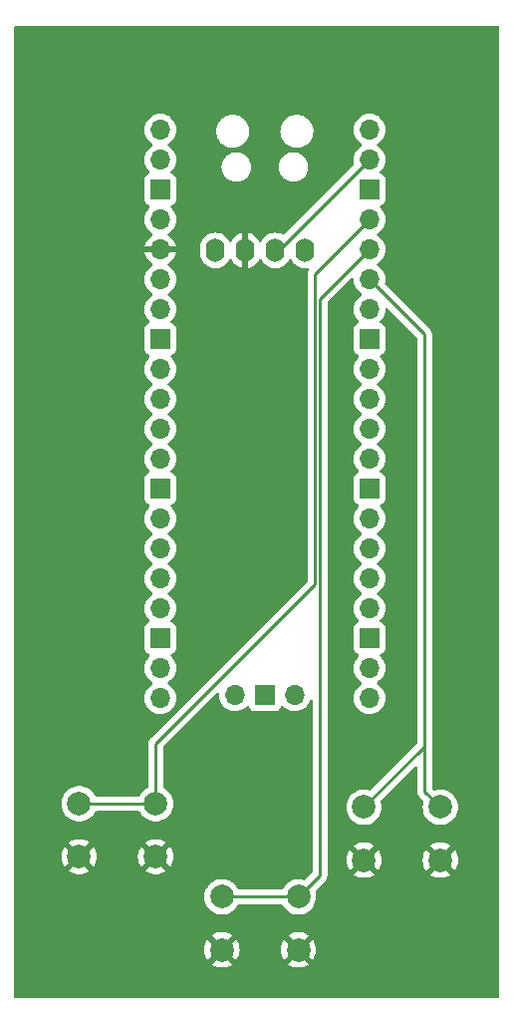
<source format=gbr>
%TF.GenerationSoftware,KiCad,Pcbnew,7.0.10+dfsg-1*%
%TF.CreationDate,2024-01-31T12:43:45+01:00*%
%TF.ProjectId,pcb_chibi,7063625f-6368-4696-9269-2e6b69636164,rev?*%
%TF.SameCoordinates,Original*%
%TF.FileFunction,Copper,L1,Top*%
%TF.FilePolarity,Positive*%
%FSLAX46Y46*%
G04 Gerber Fmt 4.6, Leading zero omitted, Abs format (unit mm)*
G04 Created by KiCad (PCBNEW 7.0.10+dfsg-1) date 2024-01-31 12:43:45*
%MOMM*%
%LPD*%
G01*
G04 APERTURE LIST*
%TA.AperFunction,ComponentPad*%
%ADD10C,2.000000*%
%TD*%
%TA.AperFunction,ComponentPad*%
%ADD11O,1.600000X2.000000*%
%TD*%
%TA.AperFunction,ComponentPad*%
%ADD12O,1.700000X1.700000*%
%TD*%
%TA.AperFunction,ComponentPad*%
%ADD13R,1.700000X1.700000*%
%TD*%
%TA.AperFunction,Conductor*%
%ADD14C,0.250000*%
%TD*%
G04 APERTURE END LIST*
D10*
%TO.P,SW1,1,1*%
%TO.N,+3V3*%
X122555000Y-134040000D03*
X116055000Y-134040000D03*
%TO.P,SW1,2,2*%
%TO.N,Net-(U1-GPIO2)*%
X122555000Y-129540000D03*
X116055000Y-129540000D03*
%TD*%
%TO.P,SW3,1,1*%
%TO.N,+3V3*%
X146760000Y-134330000D03*
X140260000Y-134330000D03*
%TO.P,SW3,2,2*%
%TO.N,Net-(U1-GPIO4)*%
X146760000Y-129830000D03*
X140260000Y-129830000D03*
%TD*%
D11*
%TO.P,Display,4,SDA*%
%TO.N,Net-(Brd1-SDA)*%
X135255000Y-82550000D03*
%TO.P,Display,3,SCL*%
%TO.N,Net-(Brd1-SCL)*%
X132715000Y-82550000D03*
%TO.P,Display,2,VCC*%
%TO.N,+3V3*%
X130175000Y-82550000D03*
%TO.P,Display,1,GND*%
%TO.N,GND*%
X127635000Y-82550000D03*
%TD*%
D10*
%TO.P,SW2,1,1*%
%TO.N,+3V3*%
X134695000Y-141950000D03*
X128195000Y-141950000D03*
%TO.P,SW2,2,2*%
%TO.N,Net-(U1-GPIO3)*%
X134695000Y-137450000D03*
X128195000Y-137450000D03*
%TD*%
D12*
%TO.P,Pico,43,SWDIO*%
%TO.N,unconnected-(U1-SWDIO-Pad43)*%
X129295000Y-120335000D03*
D13*
%TO.P,Pico,42,GND*%
%TO.N,unconnected-(U1-GND-Pad42)*%
X131835000Y-120335000D03*
D12*
%TO.P,Pico,41,SWCLK*%
%TO.N,unconnected-(U1-SWCLK-Pad41)*%
X134375000Y-120335000D03*
%TO.P,Pico,40,VBUS*%
%TO.N,unconnected-(U1-VBUS-Pad40)*%
X122945000Y-72305000D03*
%TO.P,Pico,39,VSYS*%
%TO.N,unconnected-(U1-VSYS-Pad39)*%
X122945000Y-74845000D03*
D13*
%TO.P,Pico,38,GND*%
%TO.N,GND*%
X122945000Y-77385000D03*
D12*
%TO.P,Pico,37,3V3_EN*%
%TO.N,unconnected-(U1-3V3_EN-Pad37)*%
X122945000Y-79925000D03*
%TO.P,Pico,36,3V3*%
%TO.N,+3V3*%
X122945000Y-82465000D03*
%TO.P,Pico,35,ADC_VREF*%
%TO.N,unconnected-(U1-ADC_VREF-Pad35)*%
X122945000Y-85005000D03*
%TO.P,Pico,34,GPIO28_ADC2*%
%TO.N,unconnected-(U1-GPIO28_ADC2-Pad34)*%
X122945000Y-87545000D03*
D13*
%TO.P,Pico,33,AGND*%
%TO.N,unconnected-(U1-AGND-Pad33)*%
X122945000Y-90085000D03*
D12*
%TO.P,Pico,32,GPIO27_ADC1*%
%TO.N,unconnected-(U1-GPIO27_ADC1-Pad32)*%
X122945000Y-92625000D03*
%TO.P,Pico,31,GPIO26_ADC0*%
%TO.N,unconnected-(U1-GPIO26_ADC0-Pad31)*%
X122945000Y-95165000D03*
%TO.P,Pico,30,RUN*%
%TO.N,unconnected-(U1-RUN-Pad30)*%
X122945000Y-97705000D03*
%TO.P,Pico,29,GPIO22*%
%TO.N,unconnected-(U1-GPIO22-Pad29)*%
X122945000Y-100245000D03*
D13*
%TO.P,Pico,28,GND*%
%TO.N,GND*%
X122945000Y-102785000D03*
D12*
%TO.P,Pico,27,GPIO21*%
%TO.N,unconnected-(U1-GPIO21-Pad27)*%
X122945000Y-105325000D03*
%TO.P,Pico,26,GPIO20*%
%TO.N,unconnected-(U1-GPIO20-Pad26)*%
X122945000Y-107865000D03*
%TO.P,Pico,25,GPIO19*%
%TO.N,unconnected-(U1-GPIO19-Pad25)*%
X122945000Y-110405000D03*
%TO.P,Pico,24,GPIO18*%
%TO.N,unconnected-(U1-GPIO18-Pad24)*%
X122945000Y-112945000D03*
D13*
%TO.P,Pico,23,GND*%
%TO.N,GND*%
X122945000Y-115485000D03*
D12*
%TO.P,Pico,22,GPIO17*%
%TO.N,unconnected-(U1-GPIO17-Pad22)*%
X122945000Y-118025000D03*
%TO.P,Pico,21,GPIO16*%
%TO.N,unconnected-(U1-GPIO16-Pad21)*%
X122945000Y-120565000D03*
%TO.P,Pico,20,GPIO15*%
%TO.N,unconnected-(U1-GPIO15-Pad20)*%
X140725000Y-120565000D03*
%TO.P,Pico,19,GPIO14*%
%TO.N,unconnected-(U1-GPIO14-Pad19)*%
X140725000Y-118025000D03*
D13*
%TO.P,Pico,18,GND*%
%TO.N,GND*%
X140725000Y-115485000D03*
D12*
%TO.P,Pico,17,GPIO13*%
%TO.N,unconnected-(U1-GPIO13-Pad17)*%
X140725000Y-112945000D03*
%TO.P,Pico,16,GPIO12*%
%TO.N,unconnected-(U1-GPIO12-Pad16)*%
X140725000Y-110405000D03*
%TO.P,Pico,15,GPIO11*%
%TO.N,unconnected-(U1-GPIO11-Pad15)*%
X140725000Y-107865000D03*
%TO.P,Pico,14,GPIO10*%
%TO.N,unconnected-(U1-GPIO10-Pad14)*%
X140725000Y-105325000D03*
D13*
%TO.P,Pico,13,GND*%
%TO.N,GND*%
X140725000Y-102785000D03*
D12*
%TO.P,Pico,12,GPIO9*%
%TO.N,unconnected-(U1-GPIO9-Pad12)*%
X140725000Y-100245000D03*
%TO.P,Pico,11,GPIO8*%
%TO.N,unconnected-(U1-GPIO8-Pad11)*%
X140725000Y-97705000D03*
%TO.P,Pico,10,GPIO7*%
%TO.N,unconnected-(U1-GPIO7-Pad10)*%
X140725000Y-95165000D03*
%TO.P,Pico,9,GPIO6*%
%TO.N,unconnected-(U1-GPIO6-Pad9)*%
X140725000Y-92625000D03*
D13*
%TO.P,Pico,8,GND*%
%TO.N,GND*%
X140725000Y-90085000D03*
D12*
%TO.P,Pico,7,GPIO5*%
%TO.N,unconnected-(U1-GPIO5-Pad7)*%
X140725000Y-87545000D03*
%TO.P,Pico,6,GPIO4*%
%TO.N,Net-(U1-GPIO4)*%
X140725000Y-85005000D03*
%TO.P,Pico,5,GPIO3*%
%TO.N,Net-(U1-GPIO3)*%
X140725000Y-82465000D03*
%TO.P,Pico,4,GPIO2*%
%TO.N,Net-(U1-GPIO2)*%
X140725000Y-79925000D03*
D13*
%TO.P,Pico,3,GND*%
%TO.N,GND*%
X140725000Y-77385000D03*
D12*
%TO.P,Pico,2,GPIO1*%
%TO.N,Net-(Brd1-SCL)*%
X140725000Y-74845000D03*
%TO.P,Pico,1,GPIO0*%
%TO.N,Net-(Brd1-SDA)*%
X140725000Y-72305000D03*
%TD*%
D14*
%TO.N,Net-(U1-GPIO2)*%
X122555000Y-129540000D02*
X122555000Y-124460000D01*
X122555000Y-124460000D02*
X136075000Y-110940000D01*
X136075000Y-110940000D02*
X136075000Y-84575000D01*
X136075000Y-84575000D02*
X140725000Y-79925000D01*
%TO.N,Net-(U1-GPIO3)*%
X134695000Y-137450000D02*
X136525000Y-135620000D01*
X136525000Y-86665000D02*
X140725000Y-82465000D01*
X136525000Y-135620000D02*
X136525000Y-86665000D01*
%TO.N,Net-(Brd1-SCL)*%
X133020000Y-82550000D02*
X140725000Y-74845000D01*
X132715000Y-82550000D02*
X133020000Y-82550000D01*
%TO.N,Net-(U1-GPIO2)*%
X116055000Y-129540000D02*
X122555000Y-129540000D01*
%TO.N,Net-(U1-GPIO3)*%
X128195000Y-137450000D02*
X134695000Y-137450000D01*
%TO.N,Net-(U1-GPIO4)*%
X140260000Y-129830000D02*
X145415000Y-124675000D01*
X145415000Y-128485000D02*
X145415000Y-124675000D01*
X145415000Y-124675000D02*
X145415000Y-89695000D01*
X146760000Y-129830000D02*
X145415000Y-128485000D01*
X145415000Y-89695000D02*
X140725000Y-85005000D01*
%TD*%
%TA.AperFunction,Conductor*%
%TO.N,+3V3*%
G36*
X151708039Y-63519685D02*
G01*
X151753794Y-63572489D01*
X151765000Y-63624000D01*
X151765000Y-145926000D01*
X151745315Y-145993039D01*
X151692511Y-146038794D01*
X151641000Y-146050000D01*
X110614000Y-146050000D01*
X110546961Y-146030315D01*
X110501206Y-145977511D01*
X110490000Y-145926000D01*
X110490000Y-141950005D01*
X126689859Y-141950005D01*
X126710385Y-142197729D01*
X126710387Y-142197738D01*
X126771412Y-142438717D01*
X126871266Y-142666364D01*
X126971564Y-142819882D01*
X127669070Y-142122376D01*
X127671884Y-142135915D01*
X127741442Y-142270156D01*
X127844638Y-142380652D01*
X127973819Y-142459209D01*
X128025002Y-142473549D01*
X127324942Y-143173609D01*
X127371768Y-143210055D01*
X127371770Y-143210056D01*
X127590385Y-143328364D01*
X127590396Y-143328369D01*
X127825506Y-143409083D01*
X128070707Y-143450000D01*
X128319293Y-143450000D01*
X128564493Y-143409083D01*
X128799603Y-143328369D01*
X128799614Y-143328364D01*
X129018228Y-143210057D01*
X129018231Y-143210055D01*
X129065056Y-143173609D01*
X128366568Y-142475121D01*
X128483458Y-142424349D01*
X128600739Y-142328934D01*
X128687928Y-142205415D01*
X128718354Y-142119802D01*
X129418434Y-142819882D01*
X129518731Y-142666369D01*
X129618587Y-142438717D01*
X129679612Y-142197738D01*
X129679614Y-142197729D01*
X129700141Y-141950005D01*
X133189859Y-141950005D01*
X133210385Y-142197729D01*
X133210387Y-142197738D01*
X133271412Y-142438717D01*
X133371266Y-142666364D01*
X133471564Y-142819882D01*
X134169070Y-142122376D01*
X134171884Y-142135915D01*
X134241442Y-142270156D01*
X134344638Y-142380652D01*
X134473819Y-142459209D01*
X134525002Y-142473549D01*
X133824942Y-143173609D01*
X133871768Y-143210055D01*
X133871770Y-143210056D01*
X134090385Y-143328364D01*
X134090396Y-143328369D01*
X134325506Y-143409083D01*
X134570707Y-143450000D01*
X134819293Y-143450000D01*
X135064493Y-143409083D01*
X135299603Y-143328369D01*
X135299614Y-143328364D01*
X135518228Y-143210057D01*
X135518231Y-143210055D01*
X135565056Y-143173609D01*
X134866568Y-142475121D01*
X134983458Y-142424349D01*
X135100739Y-142328934D01*
X135187928Y-142205415D01*
X135218354Y-142119802D01*
X135918434Y-142819882D01*
X136018731Y-142666369D01*
X136118587Y-142438717D01*
X136179612Y-142197738D01*
X136179614Y-142197729D01*
X136200141Y-141950005D01*
X136200141Y-141949994D01*
X136179614Y-141702270D01*
X136179612Y-141702261D01*
X136118587Y-141461282D01*
X136018731Y-141233630D01*
X135918434Y-141080116D01*
X135220929Y-141777622D01*
X135218116Y-141764085D01*
X135148558Y-141629844D01*
X135045362Y-141519348D01*
X134916181Y-141440791D01*
X134864997Y-141426450D01*
X135565057Y-140726390D01*
X135565056Y-140726389D01*
X135518229Y-140689943D01*
X135299614Y-140571635D01*
X135299603Y-140571630D01*
X135064493Y-140490916D01*
X134819293Y-140450000D01*
X134570707Y-140450000D01*
X134325506Y-140490916D01*
X134090396Y-140571630D01*
X134090390Y-140571632D01*
X133871761Y-140689949D01*
X133824942Y-140726388D01*
X133824942Y-140726390D01*
X134523431Y-141424878D01*
X134406542Y-141475651D01*
X134289261Y-141571066D01*
X134202072Y-141694585D01*
X134171645Y-141780197D01*
X133471564Y-141080116D01*
X133371267Y-141233632D01*
X133271412Y-141461282D01*
X133210387Y-141702261D01*
X133210385Y-141702270D01*
X133189859Y-141949994D01*
X133189859Y-141950005D01*
X129700141Y-141950005D01*
X129700141Y-141949994D01*
X129679614Y-141702270D01*
X129679612Y-141702261D01*
X129618587Y-141461282D01*
X129518731Y-141233630D01*
X129418434Y-141080116D01*
X128720929Y-141777622D01*
X128718116Y-141764085D01*
X128648558Y-141629844D01*
X128545362Y-141519348D01*
X128416181Y-141440791D01*
X128364997Y-141426450D01*
X129065057Y-140726390D01*
X129065056Y-140726389D01*
X129018229Y-140689943D01*
X128799614Y-140571635D01*
X128799603Y-140571630D01*
X128564493Y-140490916D01*
X128319293Y-140450000D01*
X128070707Y-140450000D01*
X127825506Y-140490916D01*
X127590396Y-140571630D01*
X127590390Y-140571632D01*
X127371761Y-140689949D01*
X127324942Y-140726388D01*
X127324942Y-140726390D01*
X128023431Y-141424878D01*
X127906542Y-141475651D01*
X127789261Y-141571066D01*
X127702072Y-141694585D01*
X127671645Y-141780197D01*
X126971564Y-141080116D01*
X126871267Y-141233632D01*
X126771412Y-141461282D01*
X126710387Y-141702261D01*
X126710385Y-141702270D01*
X126689859Y-141949994D01*
X126689859Y-141950005D01*
X110490000Y-141950005D01*
X110490000Y-134040005D01*
X114549859Y-134040005D01*
X114570385Y-134287729D01*
X114570387Y-134287738D01*
X114631412Y-134528717D01*
X114731266Y-134756364D01*
X114831564Y-134909882D01*
X115529070Y-134212376D01*
X115531884Y-134225915D01*
X115601442Y-134360156D01*
X115704638Y-134470652D01*
X115833819Y-134549209D01*
X115885002Y-134563549D01*
X115184942Y-135263609D01*
X115231768Y-135300055D01*
X115231770Y-135300056D01*
X115450385Y-135418364D01*
X115450396Y-135418369D01*
X115685506Y-135499083D01*
X115930707Y-135540000D01*
X116179293Y-135540000D01*
X116424493Y-135499083D01*
X116659603Y-135418369D01*
X116659614Y-135418364D01*
X116878228Y-135300057D01*
X116878231Y-135300055D01*
X116925056Y-135263609D01*
X116226568Y-134565121D01*
X116343458Y-134514349D01*
X116460739Y-134418934D01*
X116547928Y-134295415D01*
X116578354Y-134209802D01*
X117278434Y-134909882D01*
X117378731Y-134756369D01*
X117478587Y-134528717D01*
X117539612Y-134287738D01*
X117539614Y-134287729D01*
X117560141Y-134040005D01*
X121049859Y-134040005D01*
X121070385Y-134287729D01*
X121070387Y-134287738D01*
X121131412Y-134528717D01*
X121231266Y-134756364D01*
X121331564Y-134909882D01*
X122029070Y-134212376D01*
X122031884Y-134225915D01*
X122101442Y-134360156D01*
X122204638Y-134470652D01*
X122333819Y-134549209D01*
X122385002Y-134563549D01*
X121684942Y-135263609D01*
X121731768Y-135300055D01*
X121731770Y-135300056D01*
X121950385Y-135418364D01*
X121950396Y-135418369D01*
X122185506Y-135499083D01*
X122430707Y-135540000D01*
X122679293Y-135540000D01*
X122924493Y-135499083D01*
X123159603Y-135418369D01*
X123159614Y-135418364D01*
X123378228Y-135300057D01*
X123378231Y-135300055D01*
X123425056Y-135263609D01*
X122726568Y-134565121D01*
X122843458Y-134514349D01*
X122960739Y-134418934D01*
X123047928Y-134295415D01*
X123078354Y-134209802D01*
X123778434Y-134909882D01*
X123878731Y-134756369D01*
X123978587Y-134528717D01*
X124039612Y-134287738D01*
X124039614Y-134287729D01*
X124060141Y-134040005D01*
X124060141Y-134039994D01*
X124039614Y-133792270D01*
X124039612Y-133792261D01*
X123978587Y-133551282D01*
X123878731Y-133323630D01*
X123778434Y-133170116D01*
X123080929Y-133867622D01*
X123078116Y-133854085D01*
X123008558Y-133719844D01*
X122905362Y-133609348D01*
X122776181Y-133530791D01*
X122724997Y-133516450D01*
X123425057Y-132816390D01*
X123425056Y-132816389D01*
X123378229Y-132779943D01*
X123159614Y-132661635D01*
X123159603Y-132661630D01*
X122924493Y-132580916D01*
X122679293Y-132540000D01*
X122430707Y-132540000D01*
X122185506Y-132580916D01*
X121950396Y-132661630D01*
X121950390Y-132661632D01*
X121731761Y-132779949D01*
X121684942Y-132816388D01*
X121684942Y-132816390D01*
X122383431Y-133514878D01*
X122266542Y-133565651D01*
X122149261Y-133661066D01*
X122062072Y-133784585D01*
X122031645Y-133870197D01*
X121331564Y-133170116D01*
X121231267Y-133323632D01*
X121131412Y-133551282D01*
X121070387Y-133792261D01*
X121070385Y-133792270D01*
X121049859Y-134039994D01*
X121049859Y-134040005D01*
X117560141Y-134040005D01*
X117560141Y-134039994D01*
X117539614Y-133792270D01*
X117539612Y-133792261D01*
X117478587Y-133551282D01*
X117378731Y-133323630D01*
X117278434Y-133170116D01*
X116580929Y-133867622D01*
X116578116Y-133854085D01*
X116508558Y-133719844D01*
X116405362Y-133609348D01*
X116276181Y-133530791D01*
X116224997Y-133516450D01*
X116925057Y-132816390D01*
X116925056Y-132816389D01*
X116878229Y-132779943D01*
X116659614Y-132661635D01*
X116659603Y-132661630D01*
X116424493Y-132580916D01*
X116179293Y-132540000D01*
X115930707Y-132540000D01*
X115685506Y-132580916D01*
X115450396Y-132661630D01*
X115450390Y-132661632D01*
X115231761Y-132779949D01*
X115184942Y-132816388D01*
X115184942Y-132816390D01*
X115883431Y-133514878D01*
X115766542Y-133565651D01*
X115649261Y-133661066D01*
X115562072Y-133784585D01*
X115531645Y-133870197D01*
X114831564Y-133170116D01*
X114731267Y-133323632D01*
X114631412Y-133551282D01*
X114570387Y-133792261D01*
X114570385Y-133792270D01*
X114549859Y-134039994D01*
X114549859Y-134040005D01*
X110490000Y-134040005D01*
X110490000Y-129540005D01*
X114549357Y-129540005D01*
X114569890Y-129787812D01*
X114569892Y-129787824D01*
X114630936Y-130028881D01*
X114730826Y-130256606D01*
X114866833Y-130464782D01*
X114866836Y-130464785D01*
X115035256Y-130647738D01*
X115231491Y-130800474D01*
X115450190Y-130918828D01*
X115685386Y-130999571D01*
X115930665Y-131040500D01*
X116179335Y-131040500D01*
X116424614Y-130999571D01*
X116659810Y-130918828D01*
X116878509Y-130800474D01*
X117074744Y-130647738D01*
X117243164Y-130464785D01*
X117379173Y-130256607D01*
X117379175Y-130256603D01*
X117386595Y-130239689D01*
X117431551Y-130186203D01*
X117498287Y-130165514D01*
X117500150Y-130165500D01*
X121109850Y-130165500D01*
X121176889Y-130185185D01*
X121222644Y-130237989D01*
X121223405Y-130239689D01*
X121230824Y-130256603D01*
X121366833Y-130464782D01*
X121366836Y-130464785D01*
X121535256Y-130647738D01*
X121731491Y-130800474D01*
X121950190Y-130918828D01*
X122185386Y-130999571D01*
X122430665Y-131040500D01*
X122679335Y-131040500D01*
X122924614Y-130999571D01*
X123159810Y-130918828D01*
X123378509Y-130800474D01*
X123574744Y-130647738D01*
X123743164Y-130464785D01*
X123879173Y-130256607D01*
X123979063Y-130028881D01*
X124040108Y-129787821D01*
X124040109Y-129787812D01*
X124060643Y-129540005D01*
X124060643Y-129539994D01*
X124040109Y-129292187D01*
X124040107Y-129292175D01*
X123979063Y-129051118D01*
X123879173Y-128823393D01*
X123743166Y-128615217D01*
X123659523Y-128524357D01*
X123574744Y-128432262D01*
X123378509Y-128279526D01*
X123378508Y-128279525D01*
X123378505Y-128279523D01*
X123378503Y-128279522D01*
X123245481Y-128207533D01*
X123195891Y-128158313D01*
X123180500Y-128098479D01*
X123180500Y-124770451D01*
X123200185Y-124703412D01*
X123216814Y-124682775D01*
X127734371Y-120165217D01*
X127795692Y-120131734D01*
X127865384Y-120136718D01*
X127921317Y-120178590D01*
X127945734Y-120244054D01*
X127945578Y-120263707D01*
X127939341Y-120334997D01*
X127939341Y-120335000D01*
X127959936Y-120570403D01*
X127959938Y-120570413D01*
X128021094Y-120798655D01*
X128021096Y-120798659D01*
X128021097Y-120798663D01*
X128105499Y-120979663D01*
X128120965Y-121012830D01*
X128120967Y-121012834D01*
X128229281Y-121167521D01*
X128256505Y-121206401D01*
X128423599Y-121373495D01*
X128513429Y-121436395D01*
X128617165Y-121509032D01*
X128617167Y-121509033D01*
X128617170Y-121509035D01*
X128831337Y-121608903D01*
X129059592Y-121670063D01*
X129236034Y-121685500D01*
X129294999Y-121690659D01*
X129295000Y-121690659D01*
X129295001Y-121690659D01*
X129353966Y-121685500D01*
X129530408Y-121670063D01*
X129758663Y-121608903D01*
X129972830Y-121509035D01*
X130166401Y-121373495D01*
X130288329Y-121251566D01*
X130349648Y-121218084D01*
X130419340Y-121223068D01*
X130475274Y-121264939D01*
X130492189Y-121295917D01*
X130541202Y-121427328D01*
X130541206Y-121427335D01*
X130627452Y-121542544D01*
X130627455Y-121542547D01*
X130742664Y-121628793D01*
X130742671Y-121628797D01*
X130877517Y-121679091D01*
X130877516Y-121679091D01*
X130884444Y-121679835D01*
X130937127Y-121685500D01*
X132732872Y-121685499D01*
X132792483Y-121679091D01*
X132927331Y-121628796D01*
X133042546Y-121542546D01*
X133128796Y-121427331D01*
X133177810Y-121295916D01*
X133219681Y-121239984D01*
X133285145Y-121215566D01*
X133353418Y-121230417D01*
X133381673Y-121251569D01*
X133503599Y-121373495D01*
X133593429Y-121436395D01*
X133697165Y-121509032D01*
X133697167Y-121509033D01*
X133697170Y-121509035D01*
X133911337Y-121608903D01*
X134139592Y-121670063D01*
X134316034Y-121685500D01*
X134374999Y-121690659D01*
X134375000Y-121690659D01*
X134375001Y-121690659D01*
X134433966Y-121685500D01*
X134610408Y-121670063D01*
X134838663Y-121608903D01*
X135052830Y-121509035D01*
X135246401Y-121373495D01*
X135413495Y-121206401D01*
X135549035Y-121012830D01*
X135648903Y-120798663D01*
X135655725Y-120773204D01*
X135692089Y-120713543D01*
X135754936Y-120683013D01*
X135824311Y-120691307D01*
X135878190Y-120735792D01*
X135899465Y-120802344D01*
X135899500Y-120805296D01*
X135899500Y-135309546D01*
X135879815Y-135376585D01*
X135863181Y-135397227D01*
X135272228Y-135988179D01*
X135210905Y-136021664D01*
X135144284Y-136017779D01*
X135064616Y-135990429D01*
X134819335Y-135949500D01*
X134570665Y-135949500D01*
X134325383Y-135990429D01*
X134090197Y-136071169D01*
X134090188Y-136071172D01*
X133871493Y-136189524D01*
X133675257Y-136342261D01*
X133506833Y-136525217D01*
X133370824Y-136733396D01*
X133363405Y-136750311D01*
X133318449Y-136803797D01*
X133251713Y-136824486D01*
X133249850Y-136824500D01*
X129640150Y-136824500D01*
X129573111Y-136804815D01*
X129527356Y-136752011D01*
X129526595Y-136750311D01*
X129519175Y-136733396D01*
X129383166Y-136525217D01*
X129361557Y-136501744D01*
X129214744Y-136342262D01*
X129018509Y-136189526D01*
X129018507Y-136189525D01*
X129018506Y-136189524D01*
X128799811Y-136071172D01*
X128799802Y-136071169D01*
X128564616Y-135990429D01*
X128319335Y-135949500D01*
X128070665Y-135949500D01*
X127825383Y-135990429D01*
X127590197Y-136071169D01*
X127590188Y-136071172D01*
X127371493Y-136189524D01*
X127175257Y-136342261D01*
X127006833Y-136525217D01*
X126870826Y-136733393D01*
X126770936Y-136961118D01*
X126709892Y-137202175D01*
X126709890Y-137202187D01*
X126689357Y-137449994D01*
X126689357Y-137450005D01*
X126709890Y-137697812D01*
X126709892Y-137697824D01*
X126770936Y-137938881D01*
X126870826Y-138166606D01*
X127006833Y-138374782D01*
X127006836Y-138374785D01*
X127175256Y-138557738D01*
X127371491Y-138710474D01*
X127590190Y-138828828D01*
X127825386Y-138909571D01*
X128070665Y-138950500D01*
X128319335Y-138950500D01*
X128564614Y-138909571D01*
X128799810Y-138828828D01*
X129018509Y-138710474D01*
X129214744Y-138557738D01*
X129383164Y-138374785D01*
X129519173Y-138166607D01*
X129519175Y-138166603D01*
X129526595Y-138149689D01*
X129571551Y-138096203D01*
X129638287Y-138075514D01*
X129640150Y-138075500D01*
X133249850Y-138075500D01*
X133316889Y-138095185D01*
X133362644Y-138147989D01*
X133363405Y-138149689D01*
X133370824Y-138166603D01*
X133506833Y-138374782D01*
X133506836Y-138374785D01*
X133675256Y-138557738D01*
X133871491Y-138710474D01*
X134090190Y-138828828D01*
X134325386Y-138909571D01*
X134570665Y-138950500D01*
X134819335Y-138950500D01*
X135064614Y-138909571D01*
X135299810Y-138828828D01*
X135518509Y-138710474D01*
X135714744Y-138557738D01*
X135883164Y-138374785D01*
X136019173Y-138166607D01*
X136119063Y-137938881D01*
X136180108Y-137697821D01*
X136200643Y-137450000D01*
X136180108Y-137202179D01*
X136126136Y-136989049D01*
X136128760Y-136919230D01*
X136158658Y-136870930D01*
X136908787Y-136120802D01*
X136921042Y-136110986D01*
X136920859Y-136110764D01*
X136926868Y-136105791D01*
X136926877Y-136105786D01*
X136972949Y-136056722D01*
X136975566Y-136054023D01*
X136995120Y-136034471D01*
X136997576Y-136031303D01*
X137005156Y-136022427D01*
X137035062Y-135990582D01*
X137044715Y-135973020D01*
X137055389Y-135956770D01*
X137067673Y-135940936D01*
X137085019Y-135900850D01*
X137090157Y-135890362D01*
X137111196Y-135852093D01*
X137111197Y-135852092D01*
X137116177Y-135832691D01*
X137122478Y-135814288D01*
X137130438Y-135795896D01*
X137137272Y-135752741D01*
X137139635Y-135741331D01*
X137150500Y-135699019D01*
X137150500Y-135678983D01*
X137152027Y-135659582D01*
X137155160Y-135639804D01*
X137151050Y-135596324D01*
X137150500Y-135584655D01*
X137150500Y-134330005D01*
X138754859Y-134330005D01*
X138775385Y-134577729D01*
X138775387Y-134577738D01*
X138836412Y-134818717D01*
X138936266Y-135046364D01*
X139036564Y-135199882D01*
X139734070Y-134502376D01*
X139736884Y-134515915D01*
X139806442Y-134650156D01*
X139909638Y-134760652D01*
X140038819Y-134839209D01*
X140090002Y-134853549D01*
X139389942Y-135553609D01*
X139436768Y-135590055D01*
X139436770Y-135590056D01*
X139655385Y-135708364D01*
X139655396Y-135708369D01*
X139890506Y-135789083D01*
X140135707Y-135830000D01*
X140384293Y-135830000D01*
X140629493Y-135789083D01*
X140864603Y-135708369D01*
X140864614Y-135708364D01*
X141083228Y-135590057D01*
X141083231Y-135590055D01*
X141130056Y-135553609D01*
X140431568Y-134855121D01*
X140548458Y-134804349D01*
X140665739Y-134708934D01*
X140752928Y-134585415D01*
X140783354Y-134499802D01*
X141483434Y-135199882D01*
X141583731Y-135046369D01*
X141683587Y-134818717D01*
X141744612Y-134577738D01*
X141744614Y-134577729D01*
X141765141Y-134330005D01*
X145254859Y-134330005D01*
X145275385Y-134577729D01*
X145275387Y-134577738D01*
X145336412Y-134818717D01*
X145436266Y-135046364D01*
X145536564Y-135199882D01*
X146234070Y-134502376D01*
X146236884Y-134515915D01*
X146306442Y-134650156D01*
X146409638Y-134760652D01*
X146538819Y-134839209D01*
X146590002Y-134853549D01*
X145889942Y-135553609D01*
X145936768Y-135590055D01*
X145936770Y-135590056D01*
X146155385Y-135708364D01*
X146155396Y-135708369D01*
X146390506Y-135789083D01*
X146635707Y-135830000D01*
X146884293Y-135830000D01*
X147129493Y-135789083D01*
X147364603Y-135708369D01*
X147364614Y-135708364D01*
X147583228Y-135590057D01*
X147583231Y-135590055D01*
X147630056Y-135553609D01*
X146931568Y-134855121D01*
X147048458Y-134804349D01*
X147165739Y-134708934D01*
X147252928Y-134585415D01*
X147283354Y-134499802D01*
X147983434Y-135199882D01*
X148083731Y-135046369D01*
X148183587Y-134818717D01*
X148244612Y-134577738D01*
X148244614Y-134577729D01*
X148265141Y-134330005D01*
X148265141Y-134329994D01*
X148244614Y-134082270D01*
X148244612Y-134082261D01*
X148183587Y-133841282D01*
X148083731Y-133613630D01*
X147983434Y-133460116D01*
X147285929Y-134157622D01*
X147283116Y-134144085D01*
X147213558Y-134009844D01*
X147110362Y-133899348D01*
X146981181Y-133820791D01*
X146929997Y-133806450D01*
X147630057Y-133106390D01*
X147630056Y-133106389D01*
X147583229Y-133069943D01*
X147364614Y-132951635D01*
X147364603Y-132951630D01*
X147129493Y-132870916D01*
X146884293Y-132830000D01*
X146635707Y-132830000D01*
X146390506Y-132870916D01*
X146155396Y-132951630D01*
X146155390Y-132951632D01*
X145936761Y-133069949D01*
X145889942Y-133106388D01*
X145889942Y-133106390D01*
X146588431Y-133804878D01*
X146471542Y-133855651D01*
X146354261Y-133951066D01*
X146267072Y-134074585D01*
X146236645Y-134160197D01*
X145536564Y-133460116D01*
X145436267Y-133613632D01*
X145336412Y-133841282D01*
X145275387Y-134082261D01*
X145275385Y-134082270D01*
X145254859Y-134329994D01*
X145254859Y-134330005D01*
X141765141Y-134330005D01*
X141765141Y-134329994D01*
X141744614Y-134082270D01*
X141744612Y-134082261D01*
X141683587Y-133841282D01*
X141583731Y-133613630D01*
X141483434Y-133460116D01*
X140785929Y-134157622D01*
X140783116Y-134144085D01*
X140713558Y-134009844D01*
X140610362Y-133899348D01*
X140481181Y-133820791D01*
X140429997Y-133806450D01*
X141130057Y-133106390D01*
X141130056Y-133106389D01*
X141083229Y-133069943D01*
X140864614Y-132951635D01*
X140864603Y-132951630D01*
X140629493Y-132870916D01*
X140384293Y-132830000D01*
X140135707Y-132830000D01*
X139890506Y-132870916D01*
X139655396Y-132951630D01*
X139655390Y-132951632D01*
X139436761Y-133069949D01*
X139389942Y-133106388D01*
X139389942Y-133106390D01*
X140088431Y-133804878D01*
X139971542Y-133855651D01*
X139854261Y-133951066D01*
X139767072Y-134074585D01*
X139736645Y-134160197D01*
X139036564Y-133460116D01*
X138936267Y-133613632D01*
X138836412Y-133841282D01*
X138775387Y-134082261D01*
X138775385Y-134082270D01*
X138754859Y-134329994D01*
X138754859Y-134330005D01*
X137150500Y-134330005D01*
X137150500Y-86975452D01*
X137170185Y-86908413D01*
X137186819Y-86887771D01*
X139157660Y-84916930D01*
X139218983Y-84883445D01*
X139288675Y-84888429D01*
X139344608Y-84930301D01*
X139369025Y-84995765D01*
X139369341Y-85004611D01*
X139369341Y-85005000D01*
X139389936Y-85240403D01*
X139389938Y-85240413D01*
X139451094Y-85468655D01*
X139451096Y-85468659D01*
X139451097Y-85468663D01*
X139514630Y-85604909D01*
X139550965Y-85682830D01*
X139550967Y-85682834D01*
X139686501Y-85876395D01*
X139686506Y-85876402D01*
X139853597Y-86043493D01*
X139853603Y-86043498D01*
X140039158Y-86173425D01*
X140082783Y-86228002D01*
X140089977Y-86297500D01*
X140058454Y-86359855D01*
X140039158Y-86376575D01*
X139853597Y-86506505D01*
X139686505Y-86673597D01*
X139550965Y-86867169D01*
X139550964Y-86867171D01*
X139451098Y-87081335D01*
X139451094Y-87081344D01*
X139389938Y-87309586D01*
X139389936Y-87309596D01*
X139369341Y-87544999D01*
X139369341Y-87545000D01*
X139389936Y-87780403D01*
X139389938Y-87780413D01*
X139451094Y-88008655D01*
X139451096Y-88008659D01*
X139451097Y-88008663D01*
X139550965Y-88222830D01*
X139550967Y-88222834D01*
X139659281Y-88377521D01*
X139686501Y-88416396D01*
X139686506Y-88416402D01*
X139808430Y-88538326D01*
X139841915Y-88599649D01*
X139836931Y-88669341D01*
X139795059Y-88725274D01*
X139764083Y-88742189D01*
X139632669Y-88791203D01*
X139632664Y-88791206D01*
X139517455Y-88877452D01*
X139517452Y-88877455D01*
X139431206Y-88992664D01*
X139431202Y-88992671D01*
X139380908Y-89127517D01*
X139374501Y-89187116D01*
X139374501Y-89187123D01*
X139374500Y-89187135D01*
X139374500Y-90982870D01*
X139374501Y-90982876D01*
X139380908Y-91042483D01*
X139431202Y-91177328D01*
X139431206Y-91177335D01*
X139517452Y-91292544D01*
X139517455Y-91292547D01*
X139632664Y-91378793D01*
X139632671Y-91378797D01*
X139764081Y-91427810D01*
X139820015Y-91469681D01*
X139844432Y-91535145D01*
X139829580Y-91603418D01*
X139808430Y-91631673D01*
X139686503Y-91753600D01*
X139550965Y-91947169D01*
X139550964Y-91947171D01*
X139451098Y-92161335D01*
X139451094Y-92161344D01*
X139389938Y-92389586D01*
X139389936Y-92389596D01*
X139369341Y-92624999D01*
X139369341Y-92625000D01*
X139389936Y-92860403D01*
X139389938Y-92860413D01*
X139451094Y-93088655D01*
X139451096Y-93088659D01*
X139451097Y-93088663D01*
X139550965Y-93302830D01*
X139550967Y-93302834D01*
X139686501Y-93496395D01*
X139686506Y-93496402D01*
X139853597Y-93663493D01*
X139853603Y-93663498D01*
X140039158Y-93793425D01*
X140082783Y-93848002D01*
X140089977Y-93917500D01*
X140058454Y-93979855D01*
X140039158Y-93996575D01*
X139853597Y-94126505D01*
X139686505Y-94293597D01*
X139550965Y-94487169D01*
X139550964Y-94487171D01*
X139451098Y-94701335D01*
X139451094Y-94701344D01*
X139389938Y-94929586D01*
X139389936Y-94929596D01*
X139369341Y-95164999D01*
X139369341Y-95165000D01*
X139389936Y-95400403D01*
X139389938Y-95400413D01*
X139451094Y-95628655D01*
X139451096Y-95628659D01*
X139451097Y-95628663D01*
X139550965Y-95842830D01*
X139550967Y-95842834D01*
X139686501Y-96036395D01*
X139686506Y-96036402D01*
X139853597Y-96203493D01*
X139853603Y-96203498D01*
X140039158Y-96333425D01*
X140082783Y-96388002D01*
X140089977Y-96457500D01*
X140058454Y-96519855D01*
X140039158Y-96536575D01*
X139853597Y-96666505D01*
X139686505Y-96833597D01*
X139550965Y-97027169D01*
X139550964Y-97027171D01*
X139451098Y-97241335D01*
X139451094Y-97241344D01*
X139389938Y-97469586D01*
X139389936Y-97469596D01*
X139369341Y-97704999D01*
X139369341Y-97705000D01*
X139389936Y-97940403D01*
X139389938Y-97940413D01*
X139451094Y-98168655D01*
X139451096Y-98168659D01*
X139451097Y-98168663D01*
X139550965Y-98382830D01*
X139550967Y-98382834D01*
X139686501Y-98576395D01*
X139686506Y-98576402D01*
X139853597Y-98743493D01*
X139853603Y-98743498D01*
X140039158Y-98873425D01*
X140082783Y-98928002D01*
X140089977Y-98997500D01*
X140058454Y-99059855D01*
X140039158Y-99076575D01*
X139853597Y-99206505D01*
X139686505Y-99373597D01*
X139550965Y-99567169D01*
X139550964Y-99567171D01*
X139451098Y-99781335D01*
X139451094Y-99781344D01*
X139389938Y-100009586D01*
X139389936Y-100009596D01*
X139369341Y-100244999D01*
X139369341Y-100245000D01*
X139389936Y-100480403D01*
X139389938Y-100480413D01*
X139451094Y-100708655D01*
X139451096Y-100708659D01*
X139451097Y-100708663D01*
X139550965Y-100922830D01*
X139550967Y-100922834D01*
X139659281Y-101077521D01*
X139686501Y-101116396D01*
X139686506Y-101116402D01*
X139808430Y-101238326D01*
X139841915Y-101299649D01*
X139836931Y-101369341D01*
X139795059Y-101425274D01*
X139764083Y-101442189D01*
X139632669Y-101491203D01*
X139632664Y-101491206D01*
X139517455Y-101577452D01*
X139517452Y-101577455D01*
X139431206Y-101692664D01*
X139431202Y-101692671D01*
X139380908Y-101827517D01*
X139374501Y-101887116D01*
X139374501Y-101887123D01*
X139374500Y-101887135D01*
X139374500Y-103682870D01*
X139374501Y-103682876D01*
X139380908Y-103742483D01*
X139431202Y-103877328D01*
X139431206Y-103877335D01*
X139517452Y-103992544D01*
X139517455Y-103992547D01*
X139632664Y-104078793D01*
X139632671Y-104078797D01*
X139764081Y-104127810D01*
X139820015Y-104169681D01*
X139844432Y-104235145D01*
X139829580Y-104303418D01*
X139808430Y-104331673D01*
X139686503Y-104453600D01*
X139550965Y-104647169D01*
X139550964Y-104647171D01*
X139451098Y-104861335D01*
X139451094Y-104861344D01*
X139389938Y-105089586D01*
X139389936Y-105089596D01*
X139369341Y-105324999D01*
X139369341Y-105325000D01*
X139389936Y-105560403D01*
X139389938Y-105560413D01*
X139451094Y-105788655D01*
X139451096Y-105788659D01*
X139451097Y-105788663D01*
X139550965Y-106002830D01*
X139550967Y-106002834D01*
X139686501Y-106196395D01*
X139686506Y-106196402D01*
X139853597Y-106363493D01*
X139853603Y-106363498D01*
X140039158Y-106493425D01*
X140082783Y-106548002D01*
X140089977Y-106617500D01*
X140058454Y-106679855D01*
X140039158Y-106696575D01*
X139853597Y-106826505D01*
X139686505Y-106993597D01*
X139550965Y-107187169D01*
X139550964Y-107187171D01*
X139451098Y-107401335D01*
X139451094Y-107401344D01*
X139389938Y-107629586D01*
X139389936Y-107629596D01*
X139369341Y-107864999D01*
X139369341Y-107865000D01*
X139389936Y-108100403D01*
X139389938Y-108100413D01*
X139451094Y-108328655D01*
X139451096Y-108328659D01*
X139451097Y-108328663D01*
X139550965Y-108542830D01*
X139550967Y-108542834D01*
X139686501Y-108736395D01*
X139686506Y-108736402D01*
X139853597Y-108903493D01*
X139853603Y-108903498D01*
X140039158Y-109033425D01*
X140082783Y-109088002D01*
X140089977Y-109157500D01*
X140058454Y-109219855D01*
X140039158Y-109236575D01*
X139853597Y-109366505D01*
X139686505Y-109533597D01*
X139550965Y-109727169D01*
X139550964Y-109727171D01*
X139451098Y-109941335D01*
X139451094Y-109941344D01*
X139389938Y-110169586D01*
X139389936Y-110169596D01*
X139369341Y-110404999D01*
X139369341Y-110405000D01*
X139389936Y-110640403D01*
X139389938Y-110640413D01*
X139451094Y-110868655D01*
X139451096Y-110868659D01*
X139451097Y-110868663D01*
X139550965Y-111082830D01*
X139550967Y-111082834D01*
X139686501Y-111276395D01*
X139686506Y-111276402D01*
X139853597Y-111443493D01*
X139853603Y-111443498D01*
X140039158Y-111573425D01*
X140082783Y-111628002D01*
X140089977Y-111697500D01*
X140058454Y-111759855D01*
X140039158Y-111776575D01*
X139853597Y-111906505D01*
X139686505Y-112073597D01*
X139550965Y-112267169D01*
X139550964Y-112267171D01*
X139451098Y-112481335D01*
X139451094Y-112481344D01*
X139389938Y-112709586D01*
X139389936Y-112709596D01*
X139369341Y-112944999D01*
X139369341Y-112945000D01*
X139389936Y-113180403D01*
X139389938Y-113180413D01*
X139451094Y-113408655D01*
X139451096Y-113408659D01*
X139451097Y-113408663D01*
X139550965Y-113622830D01*
X139550967Y-113622834D01*
X139659281Y-113777521D01*
X139686501Y-113816396D01*
X139686506Y-113816402D01*
X139808430Y-113938326D01*
X139841915Y-113999649D01*
X139836931Y-114069341D01*
X139795059Y-114125274D01*
X139764083Y-114142189D01*
X139632669Y-114191203D01*
X139632664Y-114191206D01*
X139517455Y-114277452D01*
X139517452Y-114277455D01*
X139431206Y-114392664D01*
X139431202Y-114392671D01*
X139380908Y-114527517D01*
X139374501Y-114587116D01*
X139374501Y-114587123D01*
X139374500Y-114587135D01*
X139374500Y-116382870D01*
X139374501Y-116382876D01*
X139380908Y-116442483D01*
X139431202Y-116577328D01*
X139431206Y-116577335D01*
X139517452Y-116692544D01*
X139517455Y-116692547D01*
X139632664Y-116778793D01*
X139632671Y-116778797D01*
X139764081Y-116827810D01*
X139820015Y-116869681D01*
X139844432Y-116935145D01*
X139829580Y-117003418D01*
X139808430Y-117031673D01*
X139686503Y-117153600D01*
X139550965Y-117347169D01*
X139550964Y-117347171D01*
X139451098Y-117561335D01*
X139451094Y-117561344D01*
X139389938Y-117789586D01*
X139389936Y-117789596D01*
X139369341Y-118024999D01*
X139369341Y-118025000D01*
X139389936Y-118260403D01*
X139389938Y-118260413D01*
X139451094Y-118488655D01*
X139451096Y-118488659D01*
X139451097Y-118488663D01*
X139550965Y-118702830D01*
X139550967Y-118702834D01*
X139686501Y-118896395D01*
X139686506Y-118896402D01*
X139853597Y-119063493D01*
X139853603Y-119063498D01*
X140039158Y-119193425D01*
X140082783Y-119248002D01*
X140089977Y-119317500D01*
X140058454Y-119379855D01*
X140039158Y-119396575D01*
X139853597Y-119526505D01*
X139686505Y-119693597D01*
X139550965Y-119887169D01*
X139550964Y-119887171D01*
X139451098Y-120101335D01*
X139451094Y-120101344D01*
X139389938Y-120329586D01*
X139389936Y-120329596D01*
X139369341Y-120564999D01*
X139369341Y-120565000D01*
X139389936Y-120800403D01*
X139389938Y-120800413D01*
X139451094Y-121028655D01*
X139451096Y-121028659D01*
X139451097Y-121028663D01*
X139546322Y-121232873D01*
X139550965Y-121242830D01*
X139550967Y-121242834D01*
X139642456Y-121373493D01*
X139686505Y-121436401D01*
X139853599Y-121603495D01*
X139889733Y-121628796D01*
X140047165Y-121739032D01*
X140047167Y-121739033D01*
X140047170Y-121739035D01*
X140261337Y-121838903D01*
X140489592Y-121900063D01*
X140677918Y-121916539D01*
X140724999Y-121920659D01*
X140725000Y-121920659D01*
X140725001Y-121920659D01*
X140764234Y-121917226D01*
X140960408Y-121900063D01*
X141188663Y-121838903D01*
X141402830Y-121739035D01*
X141596401Y-121603495D01*
X141763495Y-121436401D01*
X141899035Y-121242830D01*
X141998903Y-121028663D01*
X142060063Y-120800408D01*
X142080659Y-120565000D01*
X142060063Y-120329592D01*
X141998903Y-120101337D01*
X141899035Y-119887171D01*
X141894793Y-119881112D01*
X141763494Y-119693597D01*
X141596402Y-119526506D01*
X141596396Y-119526501D01*
X141410842Y-119396575D01*
X141367217Y-119341998D01*
X141360023Y-119272500D01*
X141391546Y-119210145D01*
X141410842Y-119193425D01*
X141457197Y-119160967D01*
X141596401Y-119063495D01*
X141763495Y-118896401D01*
X141899035Y-118702830D01*
X141998903Y-118488663D01*
X142060063Y-118260408D01*
X142080659Y-118025000D01*
X142060063Y-117789592D01*
X141998903Y-117561337D01*
X141899035Y-117347171D01*
X141763495Y-117153599D01*
X141641567Y-117031671D01*
X141608084Y-116970351D01*
X141613068Y-116900659D01*
X141654939Y-116844725D01*
X141685915Y-116827810D01*
X141817331Y-116778796D01*
X141932546Y-116692546D01*
X142018796Y-116577331D01*
X142069091Y-116442483D01*
X142075500Y-116382873D01*
X142075499Y-114587128D01*
X142069091Y-114527517D01*
X142018796Y-114392669D01*
X142018795Y-114392668D01*
X142018793Y-114392664D01*
X141932547Y-114277455D01*
X141932544Y-114277452D01*
X141817335Y-114191206D01*
X141817328Y-114191202D01*
X141685917Y-114142189D01*
X141629983Y-114100318D01*
X141605566Y-114034853D01*
X141620418Y-113966580D01*
X141641563Y-113938332D01*
X141763495Y-113816401D01*
X141899035Y-113622830D01*
X141998903Y-113408663D01*
X142060063Y-113180408D01*
X142080659Y-112945000D01*
X142060063Y-112709592D01*
X141998903Y-112481337D01*
X141899035Y-112267171D01*
X141869606Y-112225141D01*
X141763494Y-112073597D01*
X141596402Y-111906506D01*
X141596396Y-111906501D01*
X141410842Y-111776575D01*
X141367217Y-111721998D01*
X141360023Y-111652500D01*
X141391546Y-111590145D01*
X141410842Y-111573425D01*
X141433026Y-111557891D01*
X141596401Y-111443495D01*
X141763495Y-111276401D01*
X141899035Y-111082830D01*
X141998903Y-110868663D01*
X142060063Y-110640408D01*
X142080659Y-110405000D01*
X142060063Y-110169592D01*
X141998903Y-109941337D01*
X141899035Y-109727171D01*
X141763495Y-109533599D01*
X141763494Y-109533597D01*
X141596402Y-109366506D01*
X141596396Y-109366501D01*
X141410842Y-109236575D01*
X141367217Y-109181998D01*
X141360023Y-109112500D01*
X141391546Y-109050145D01*
X141410842Y-109033425D01*
X141433026Y-109017891D01*
X141596401Y-108903495D01*
X141763495Y-108736401D01*
X141899035Y-108542830D01*
X141998903Y-108328663D01*
X142060063Y-108100408D01*
X142080659Y-107865000D01*
X142060063Y-107629592D01*
X141998903Y-107401337D01*
X141899035Y-107187171D01*
X141763495Y-106993599D01*
X141763494Y-106993597D01*
X141596402Y-106826506D01*
X141596396Y-106826501D01*
X141410842Y-106696575D01*
X141367217Y-106641998D01*
X141360023Y-106572500D01*
X141391546Y-106510145D01*
X141410842Y-106493425D01*
X141433026Y-106477891D01*
X141596401Y-106363495D01*
X141763495Y-106196401D01*
X141899035Y-106002830D01*
X141998903Y-105788663D01*
X142060063Y-105560408D01*
X142080659Y-105325000D01*
X142060063Y-105089592D01*
X141998903Y-104861337D01*
X141899035Y-104647171D01*
X141763495Y-104453599D01*
X141641567Y-104331671D01*
X141608084Y-104270351D01*
X141613068Y-104200659D01*
X141654939Y-104144725D01*
X141685915Y-104127810D01*
X141817331Y-104078796D01*
X141932546Y-103992546D01*
X142018796Y-103877331D01*
X142069091Y-103742483D01*
X142075500Y-103682873D01*
X142075499Y-101887128D01*
X142069091Y-101827517D01*
X142018796Y-101692669D01*
X142018795Y-101692668D01*
X142018793Y-101692664D01*
X141932547Y-101577455D01*
X141932544Y-101577452D01*
X141817335Y-101491206D01*
X141817328Y-101491202D01*
X141685917Y-101442189D01*
X141629983Y-101400318D01*
X141605566Y-101334853D01*
X141620418Y-101266580D01*
X141641563Y-101238332D01*
X141763495Y-101116401D01*
X141899035Y-100922830D01*
X141998903Y-100708663D01*
X142060063Y-100480408D01*
X142080659Y-100245000D01*
X142060063Y-100009592D01*
X141998903Y-99781337D01*
X141899035Y-99567171D01*
X141763495Y-99373599D01*
X141763494Y-99373597D01*
X141596402Y-99206506D01*
X141596396Y-99206501D01*
X141410842Y-99076575D01*
X141367217Y-99021998D01*
X141360023Y-98952500D01*
X141391546Y-98890145D01*
X141410842Y-98873425D01*
X141433026Y-98857891D01*
X141596401Y-98743495D01*
X141763495Y-98576401D01*
X141899035Y-98382830D01*
X141998903Y-98168663D01*
X142060063Y-97940408D01*
X142080659Y-97705000D01*
X142060063Y-97469592D01*
X141998903Y-97241337D01*
X141899035Y-97027171D01*
X141763495Y-96833599D01*
X141763494Y-96833597D01*
X141596402Y-96666506D01*
X141596396Y-96666501D01*
X141410842Y-96536575D01*
X141367217Y-96481998D01*
X141360023Y-96412500D01*
X141391546Y-96350145D01*
X141410842Y-96333425D01*
X141433026Y-96317891D01*
X141596401Y-96203495D01*
X141763495Y-96036401D01*
X141899035Y-95842830D01*
X141998903Y-95628663D01*
X142060063Y-95400408D01*
X142080659Y-95165000D01*
X142060063Y-94929592D01*
X141998903Y-94701337D01*
X141899035Y-94487171D01*
X141763495Y-94293599D01*
X141763494Y-94293597D01*
X141596402Y-94126506D01*
X141596396Y-94126501D01*
X141410842Y-93996575D01*
X141367217Y-93941998D01*
X141360023Y-93872500D01*
X141391546Y-93810145D01*
X141410842Y-93793425D01*
X141433026Y-93777891D01*
X141596401Y-93663495D01*
X141763495Y-93496401D01*
X141899035Y-93302830D01*
X141998903Y-93088663D01*
X142060063Y-92860408D01*
X142080659Y-92625000D01*
X142060063Y-92389592D01*
X141998903Y-92161337D01*
X141899035Y-91947171D01*
X141763495Y-91753599D01*
X141641567Y-91631671D01*
X141608084Y-91570351D01*
X141613068Y-91500659D01*
X141654939Y-91444725D01*
X141685915Y-91427810D01*
X141817331Y-91378796D01*
X141932546Y-91292546D01*
X142018796Y-91177331D01*
X142069091Y-91042483D01*
X142075500Y-90982873D01*
X142075499Y-89187128D01*
X142069091Y-89127517D01*
X142018796Y-88992669D01*
X142018795Y-88992668D01*
X142018793Y-88992664D01*
X141932547Y-88877455D01*
X141932544Y-88877452D01*
X141817335Y-88791206D01*
X141817328Y-88791202D01*
X141685917Y-88742189D01*
X141629983Y-88700318D01*
X141605566Y-88634853D01*
X141620418Y-88566580D01*
X141641563Y-88538332D01*
X141763495Y-88416401D01*
X141899035Y-88222830D01*
X141998903Y-88008663D01*
X142060063Y-87780408D01*
X142080659Y-87545000D01*
X142080659Y-87544999D01*
X142080659Y-87544611D01*
X142080707Y-87544445D01*
X142081131Y-87539606D01*
X142082103Y-87539691D01*
X142100344Y-87477572D01*
X142153148Y-87431817D01*
X142222306Y-87421873D01*
X142285862Y-87450898D01*
X142292340Y-87456930D01*
X144753181Y-89917771D01*
X144786666Y-89979094D01*
X144789500Y-90005452D01*
X144789500Y-124364546D01*
X144769815Y-124431585D01*
X144753181Y-124452227D01*
X140837228Y-128368179D01*
X140775905Y-128401664D01*
X140709284Y-128397779D01*
X140629616Y-128370429D01*
X140384335Y-128329500D01*
X140135665Y-128329500D01*
X139890383Y-128370429D01*
X139655197Y-128451169D01*
X139655188Y-128451172D01*
X139436493Y-128569524D01*
X139240257Y-128722261D01*
X139071833Y-128905217D01*
X138935826Y-129113393D01*
X138835936Y-129341118D01*
X138774892Y-129582175D01*
X138774890Y-129582187D01*
X138754357Y-129829994D01*
X138754357Y-129830005D01*
X138774890Y-130077812D01*
X138774892Y-130077824D01*
X138835936Y-130318881D01*
X138935826Y-130546606D01*
X139071833Y-130754782D01*
X139071836Y-130754785D01*
X139240256Y-130937738D01*
X139436491Y-131090474D01*
X139655190Y-131208828D01*
X139890386Y-131289571D01*
X140135665Y-131330500D01*
X140384335Y-131330500D01*
X140629614Y-131289571D01*
X140864810Y-131208828D01*
X141083509Y-131090474D01*
X141279744Y-130937738D01*
X141448164Y-130754785D01*
X141584173Y-130546607D01*
X141684063Y-130318881D01*
X141745108Y-130077821D01*
X141745109Y-130077812D01*
X141765643Y-129830005D01*
X141765643Y-129829994D01*
X141745109Y-129582187D01*
X141745108Y-129582183D01*
X141745108Y-129582179D01*
X141691136Y-129369049D01*
X141693760Y-129299230D01*
X141723658Y-129250930D01*
X144577821Y-126396768D01*
X144639142Y-126363285D01*
X144708834Y-126368269D01*
X144764767Y-126410141D01*
X144789184Y-126475605D01*
X144789500Y-126484451D01*
X144789500Y-128402255D01*
X144787775Y-128417872D01*
X144788061Y-128417899D01*
X144787326Y-128425665D01*
X144789439Y-128492872D01*
X144789500Y-128496767D01*
X144789500Y-128524357D01*
X144790003Y-128528335D01*
X144790918Y-128539967D01*
X144792290Y-128583624D01*
X144792291Y-128583627D01*
X144797880Y-128602867D01*
X144801824Y-128621911D01*
X144804336Y-128641792D01*
X144820414Y-128682403D01*
X144824197Y-128693452D01*
X144836381Y-128735388D01*
X144846580Y-128752634D01*
X144855138Y-128770103D01*
X144862514Y-128788732D01*
X144888181Y-128824060D01*
X144894593Y-128833821D01*
X144916828Y-128871417D01*
X144916833Y-128871424D01*
X144930990Y-128885580D01*
X144943628Y-128900376D01*
X144955405Y-128916586D01*
X144955406Y-128916587D01*
X144989057Y-128944425D01*
X144997698Y-128952288D01*
X145296338Y-129250928D01*
X145329823Y-129312251D01*
X145328863Y-129369049D01*
X145274892Y-129582174D01*
X145274890Y-129582187D01*
X145254357Y-129829994D01*
X145254357Y-129830005D01*
X145274890Y-130077812D01*
X145274892Y-130077824D01*
X145335936Y-130318881D01*
X145435826Y-130546606D01*
X145571833Y-130754782D01*
X145571836Y-130754785D01*
X145740256Y-130937738D01*
X145936491Y-131090474D01*
X146155190Y-131208828D01*
X146390386Y-131289571D01*
X146635665Y-131330500D01*
X146884335Y-131330500D01*
X147129614Y-131289571D01*
X147364810Y-131208828D01*
X147583509Y-131090474D01*
X147779744Y-130937738D01*
X147948164Y-130754785D01*
X148084173Y-130546607D01*
X148184063Y-130318881D01*
X148245108Y-130077821D01*
X148245109Y-130077812D01*
X148265643Y-129830005D01*
X148265643Y-129829994D01*
X148245109Y-129582187D01*
X148245107Y-129582175D01*
X148184063Y-129341118D01*
X148084173Y-129113393D01*
X147948166Y-128905217D01*
X147917057Y-128871424D01*
X147779744Y-128722262D01*
X147583509Y-128569526D01*
X147583507Y-128569525D01*
X147583506Y-128569524D01*
X147364811Y-128451172D01*
X147364802Y-128451169D01*
X147129616Y-128370429D01*
X146884335Y-128329500D01*
X146635665Y-128329500D01*
X146390386Y-128370428D01*
X146310713Y-128397780D01*
X146240914Y-128400929D01*
X146182770Y-128368179D01*
X146076819Y-128262228D01*
X146043334Y-128200905D01*
X146040500Y-128174547D01*
X146040500Y-124733983D01*
X146042027Y-124714582D01*
X146045160Y-124694804D01*
X146041050Y-124651324D01*
X146040500Y-124639655D01*
X146040500Y-89777742D01*
X146042224Y-89762122D01*
X146041939Y-89762095D01*
X146042673Y-89754333D01*
X146040561Y-89687112D01*
X146040500Y-89683218D01*
X146040500Y-89655656D01*
X146040500Y-89655650D01*
X146039996Y-89651668D01*
X146039081Y-89640029D01*
X146037710Y-89596373D01*
X146032119Y-89577130D01*
X146028173Y-89558078D01*
X146025664Y-89538208D01*
X146009579Y-89497583D01*
X146005806Y-89486562D01*
X145993618Y-89444610D01*
X145993617Y-89444609D01*
X145993617Y-89444607D01*
X145993616Y-89444606D01*
X145983423Y-89427371D01*
X145974861Y-89409894D01*
X145967487Y-89391269D01*
X145941816Y-89355937D01*
X145935405Y-89346177D01*
X145913170Y-89308580D01*
X145913168Y-89308578D01*
X145913165Y-89308574D01*
X145899006Y-89294415D01*
X145886368Y-89279619D01*
X145874594Y-89263413D01*
X145840940Y-89235572D01*
X145832299Y-89227709D01*
X142065237Y-85460646D01*
X142031752Y-85399323D01*
X142033142Y-85340876D01*
X142060063Y-85240408D01*
X142080659Y-85005000D01*
X142060063Y-84769592D01*
X142013626Y-84596285D01*
X141998905Y-84541344D01*
X141998904Y-84541343D01*
X141998903Y-84541337D01*
X141899035Y-84327171D01*
X141883262Y-84304644D01*
X141763494Y-84133597D01*
X141596402Y-83966506D01*
X141596396Y-83966501D01*
X141410842Y-83836575D01*
X141367217Y-83781998D01*
X141360023Y-83712500D01*
X141391546Y-83650145D01*
X141410842Y-83633425D01*
X141474544Y-83588820D01*
X141596401Y-83503495D01*
X141763495Y-83336401D01*
X141899035Y-83142830D01*
X141998903Y-82928663D01*
X142060063Y-82700408D01*
X142080659Y-82465000D01*
X142060063Y-82229592D01*
X141998903Y-82001337D01*
X141899035Y-81787171D01*
X141877115Y-81755865D01*
X141763494Y-81593597D01*
X141596402Y-81426506D01*
X141596396Y-81426501D01*
X141410842Y-81296575D01*
X141367217Y-81241998D01*
X141360023Y-81172500D01*
X141391546Y-81110145D01*
X141410842Y-81093425D01*
X141452345Y-81064364D01*
X141596401Y-80963495D01*
X141763495Y-80796401D01*
X141899035Y-80602830D01*
X141998903Y-80388663D01*
X142060063Y-80160408D01*
X142080659Y-79925000D01*
X142060063Y-79689592D01*
X141998903Y-79461337D01*
X141899035Y-79247171D01*
X141763495Y-79053599D01*
X141641567Y-78931671D01*
X141608084Y-78870351D01*
X141613068Y-78800659D01*
X141654939Y-78744725D01*
X141685915Y-78727810D01*
X141817331Y-78678796D01*
X141932546Y-78592546D01*
X142018796Y-78477331D01*
X142069091Y-78342483D01*
X142075500Y-78282873D01*
X142075499Y-76487128D01*
X142069091Y-76427517D01*
X142068748Y-76426598D01*
X142018797Y-76292671D01*
X142018793Y-76292664D01*
X141932547Y-76177455D01*
X141932544Y-76177452D01*
X141817335Y-76091206D01*
X141817328Y-76091202D01*
X141685917Y-76042189D01*
X141629983Y-76000318D01*
X141605566Y-75934853D01*
X141620418Y-75866580D01*
X141641563Y-75838332D01*
X141763495Y-75716401D01*
X141899035Y-75522830D01*
X141998903Y-75308663D01*
X142060063Y-75080408D01*
X142080659Y-74845000D01*
X142060063Y-74609592D01*
X142008463Y-74417017D01*
X141998905Y-74381344D01*
X141998904Y-74381343D01*
X141998903Y-74381337D01*
X141899035Y-74167171D01*
X141763495Y-73973599D01*
X141763494Y-73973597D01*
X141596402Y-73806506D01*
X141596396Y-73806501D01*
X141410842Y-73676575D01*
X141367217Y-73621998D01*
X141360023Y-73552500D01*
X141391546Y-73490145D01*
X141410842Y-73473425D01*
X141493170Y-73415778D01*
X141596401Y-73343495D01*
X141763495Y-73176401D01*
X141899035Y-72982830D01*
X141998903Y-72768663D01*
X142060063Y-72540408D01*
X142080659Y-72305000D01*
X142060063Y-72069592D01*
X141998903Y-71841337D01*
X141899035Y-71627171D01*
X141874196Y-71591696D01*
X141763494Y-71433597D01*
X141596402Y-71266506D01*
X141596395Y-71266501D01*
X141593297Y-71264332D01*
X141557111Y-71238994D01*
X141402834Y-71130967D01*
X141402830Y-71130965D01*
X141363502Y-71112626D01*
X141188663Y-71031097D01*
X141188659Y-71031096D01*
X141188655Y-71031094D01*
X140960413Y-70969938D01*
X140960403Y-70969936D01*
X140725001Y-70949341D01*
X140724999Y-70949341D01*
X140489596Y-70969936D01*
X140489586Y-70969938D01*
X140261344Y-71031094D01*
X140261335Y-71031098D01*
X140047171Y-71130964D01*
X140047169Y-71130965D01*
X139853597Y-71266505D01*
X139686505Y-71433597D01*
X139550965Y-71627169D01*
X139550964Y-71627171D01*
X139451098Y-71841335D01*
X139451094Y-71841344D01*
X139389938Y-72069586D01*
X139389936Y-72069596D01*
X139369341Y-72304999D01*
X139369341Y-72305000D01*
X139389936Y-72540403D01*
X139389938Y-72540413D01*
X139451094Y-72768655D01*
X139451096Y-72768659D01*
X139451097Y-72768663D01*
X139539887Y-72959074D01*
X139550965Y-72982830D01*
X139550967Y-72982834D01*
X139618466Y-73079232D01*
X139683388Y-73171950D01*
X139686501Y-73176395D01*
X139686506Y-73176402D01*
X139853597Y-73343493D01*
X139853603Y-73343498D01*
X140039158Y-73473425D01*
X140082783Y-73528002D01*
X140089977Y-73597500D01*
X140058454Y-73659855D01*
X140039158Y-73676575D01*
X139853597Y-73806505D01*
X139686505Y-73973597D01*
X139550965Y-74167169D01*
X139550964Y-74167171D01*
X139451098Y-74381335D01*
X139451094Y-74381344D01*
X139389938Y-74609586D01*
X139389936Y-74609596D01*
X139369341Y-74844999D01*
X139369341Y-74845000D01*
X139389937Y-75080408D01*
X139416855Y-75180873D01*
X139415192Y-75250723D01*
X139384761Y-75300646D01*
X133496128Y-81189279D01*
X133434805Y-81222764D01*
X133365113Y-81217780D01*
X133356042Y-81213980D01*
X133161496Y-81123261D01*
X133161492Y-81123260D01*
X133161488Y-81123258D01*
X132941697Y-81064366D01*
X132941693Y-81064365D01*
X132941692Y-81064365D01*
X132941691Y-81064364D01*
X132941686Y-81064364D01*
X132715002Y-81044532D01*
X132714998Y-81044532D01*
X132488313Y-81064364D01*
X132488302Y-81064366D01*
X132268511Y-81123258D01*
X132268502Y-81123261D01*
X132062267Y-81219431D01*
X132062265Y-81219432D01*
X131875858Y-81349954D01*
X131714954Y-81510858D01*
X131584433Y-81697264D01*
X131584432Y-81697266D01*
X131584315Y-81697518D01*
X131557106Y-81755867D01*
X131510933Y-81808306D01*
X131443739Y-81827457D01*
X131376858Y-81807241D01*
X131332342Y-81755865D01*
X131305135Y-81697520D01*
X131305134Y-81697518D01*
X131174657Y-81511179D01*
X131013820Y-81350342D01*
X130827482Y-81219865D01*
X130621328Y-81123734D01*
X130425000Y-81071127D01*
X130425000Y-82114498D01*
X130317315Y-82065320D01*
X130210763Y-82050000D01*
X130139237Y-82050000D01*
X130032685Y-82065320D01*
X129925000Y-82114498D01*
X129925000Y-81071127D01*
X129728671Y-81123734D01*
X129522517Y-81219865D01*
X129336179Y-81350342D01*
X129175342Y-81511179D01*
X129044867Y-81697515D01*
X129017657Y-81755867D01*
X128971484Y-81808306D01*
X128904290Y-81827457D01*
X128837409Y-81807241D01*
X128792893Y-81755865D01*
X128765685Y-81697518D01*
X128765568Y-81697266D01*
X128635047Y-81510861D01*
X128635045Y-81510858D01*
X128474141Y-81349954D01*
X128287734Y-81219432D01*
X128287732Y-81219431D01*
X128081497Y-81123261D01*
X128081488Y-81123258D01*
X127861697Y-81064366D01*
X127861693Y-81064365D01*
X127861692Y-81064365D01*
X127861691Y-81064364D01*
X127861686Y-81064364D01*
X127635002Y-81044532D01*
X127634998Y-81044532D01*
X127408313Y-81064364D01*
X127408302Y-81064366D01*
X127188511Y-81123258D01*
X127188502Y-81123261D01*
X126982267Y-81219431D01*
X126982265Y-81219432D01*
X126795858Y-81349954D01*
X126634954Y-81510858D01*
X126504432Y-81697265D01*
X126504431Y-81697267D01*
X126408261Y-81903502D01*
X126408258Y-81903511D01*
X126349366Y-82123302D01*
X126349364Y-82123312D01*
X126334500Y-82293214D01*
X126334500Y-82806785D01*
X126349364Y-82976687D01*
X126349366Y-82976697D01*
X126408258Y-83196488D01*
X126408261Y-83196497D01*
X126504431Y-83402732D01*
X126504432Y-83402734D01*
X126634954Y-83589141D01*
X126795858Y-83750045D01*
X126795861Y-83750047D01*
X126982266Y-83880568D01*
X127188504Y-83976739D01*
X127408308Y-84035635D01*
X127570230Y-84049801D01*
X127634998Y-84055468D01*
X127635000Y-84055468D01*
X127635002Y-84055468D01*
X127691673Y-84050509D01*
X127861692Y-84035635D01*
X128081496Y-83976739D01*
X128287734Y-83880568D01*
X128474139Y-83750047D01*
X128635047Y-83589139D01*
X128765568Y-83402734D01*
X128792895Y-83344129D01*
X128839064Y-83291695D01*
X128906257Y-83272542D01*
X128973139Y-83292757D01*
X129017657Y-83344133D01*
X129044865Y-83402482D01*
X129175342Y-83588820D01*
X129336179Y-83749657D01*
X129522517Y-83880134D01*
X129728673Y-83976265D01*
X129728682Y-83976269D01*
X129924999Y-84028872D01*
X129925000Y-84028871D01*
X129925000Y-82985501D01*
X130032685Y-83034680D01*
X130139237Y-83050000D01*
X130210763Y-83050000D01*
X130317315Y-83034680D01*
X130425000Y-82985501D01*
X130425000Y-84028872D01*
X130621317Y-83976269D01*
X130621326Y-83976265D01*
X130827482Y-83880134D01*
X131013820Y-83749657D01*
X131174657Y-83588820D01*
X131305132Y-83402484D01*
X131332341Y-83344134D01*
X131378513Y-83291695D01*
X131445707Y-83272542D01*
X131512588Y-83292757D01*
X131557106Y-83344133D01*
X131584431Y-83402732D01*
X131584432Y-83402734D01*
X131714954Y-83589141D01*
X131875858Y-83750045D01*
X131875861Y-83750047D01*
X132062266Y-83880568D01*
X132268504Y-83976739D01*
X132488308Y-84035635D01*
X132650230Y-84049801D01*
X132714998Y-84055468D01*
X132715000Y-84055468D01*
X132715002Y-84055468D01*
X132771673Y-84050509D01*
X132941692Y-84035635D01*
X133161496Y-83976739D01*
X133367734Y-83880568D01*
X133554139Y-83750047D01*
X133715047Y-83589139D01*
X133845568Y-83402734D01*
X133872618Y-83344724D01*
X133918790Y-83292285D01*
X133985983Y-83273133D01*
X134052865Y-83293348D01*
X134097382Y-83344725D01*
X134124429Y-83402728D01*
X134124432Y-83402734D01*
X134254954Y-83589141D01*
X134415858Y-83750045D01*
X134415861Y-83750047D01*
X134602266Y-83880568D01*
X134808504Y-83976739D01*
X135028308Y-84035635D01*
X135190230Y-84049801D01*
X135254998Y-84055468D01*
X135255000Y-84055468D01*
X135255001Y-84055468D01*
X135267857Y-84054343D01*
X135435036Y-84039716D01*
X135503533Y-84053482D01*
X135553716Y-84102097D01*
X135569650Y-84170126D01*
X135546275Y-84235969D01*
X135543826Y-84239237D01*
X135532328Y-84254061D01*
X135532324Y-84254068D01*
X135514975Y-84294158D01*
X135509838Y-84304644D01*
X135488803Y-84342906D01*
X135483822Y-84362307D01*
X135477521Y-84380710D01*
X135469562Y-84399102D01*
X135469561Y-84399105D01*
X135462728Y-84442243D01*
X135460360Y-84453674D01*
X135449501Y-84495971D01*
X135449500Y-84495982D01*
X135449500Y-84516016D01*
X135447973Y-84535415D01*
X135444840Y-84555194D01*
X135444840Y-84555195D01*
X135448950Y-84598674D01*
X135449500Y-84610343D01*
X135449500Y-110629546D01*
X135429815Y-110696585D01*
X135413181Y-110717227D01*
X122171208Y-123959199D01*
X122158951Y-123969020D01*
X122159134Y-123969241D01*
X122153122Y-123974214D01*
X122107098Y-124023223D01*
X122104391Y-124026016D01*
X122084889Y-124045517D01*
X122084875Y-124045534D01*
X122082407Y-124048715D01*
X122074843Y-124057570D01*
X122044937Y-124089418D01*
X122044936Y-124089420D01*
X122035284Y-124106976D01*
X122024610Y-124123226D01*
X122012329Y-124139061D01*
X122012324Y-124139068D01*
X121994975Y-124179158D01*
X121989838Y-124189644D01*
X121968803Y-124227906D01*
X121963822Y-124247307D01*
X121957521Y-124265710D01*
X121949562Y-124284102D01*
X121949561Y-124284105D01*
X121942728Y-124327243D01*
X121940360Y-124338674D01*
X121929501Y-124380971D01*
X121929500Y-124380982D01*
X121929500Y-124401016D01*
X121927973Y-124420415D01*
X121924840Y-124440194D01*
X121924840Y-124440195D01*
X121928950Y-124483674D01*
X121929500Y-124495343D01*
X121929500Y-128098479D01*
X121909815Y-128165518D01*
X121864519Y-128207533D01*
X121731496Y-128279522D01*
X121731494Y-128279523D01*
X121535257Y-128432261D01*
X121366833Y-128615217D01*
X121230824Y-128823396D01*
X121223405Y-128840311D01*
X121178449Y-128893797D01*
X121111713Y-128914486D01*
X121109850Y-128914500D01*
X117500150Y-128914500D01*
X117433111Y-128894815D01*
X117387356Y-128842011D01*
X117386595Y-128840311D01*
X117379175Y-128823396D01*
X117243166Y-128615217D01*
X117159523Y-128524357D01*
X117074744Y-128432262D01*
X116878509Y-128279526D01*
X116878507Y-128279525D01*
X116878506Y-128279524D01*
X116659811Y-128161172D01*
X116659802Y-128161169D01*
X116424616Y-128080429D01*
X116179335Y-128039500D01*
X115930665Y-128039500D01*
X115685383Y-128080429D01*
X115450197Y-128161169D01*
X115450188Y-128161172D01*
X115231493Y-128279524D01*
X115035257Y-128432261D01*
X114866833Y-128615217D01*
X114730826Y-128823393D01*
X114630936Y-129051118D01*
X114569892Y-129292175D01*
X114569890Y-129292187D01*
X114549357Y-129539994D01*
X114549357Y-129540005D01*
X110490000Y-129540005D01*
X110490000Y-120565000D01*
X121589341Y-120565000D01*
X121609936Y-120800403D01*
X121609938Y-120800413D01*
X121671094Y-121028655D01*
X121671096Y-121028659D01*
X121671097Y-121028663D01*
X121766322Y-121232873D01*
X121770965Y-121242830D01*
X121770967Y-121242834D01*
X121862456Y-121373493D01*
X121906505Y-121436401D01*
X122073599Y-121603495D01*
X122109733Y-121628796D01*
X122267165Y-121739032D01*
X122267167Y-121739033D01*
X122267170Y-121739035D01*
X122481337Y-121838903D01*
X122709592Y-121900063D01*
X122897918Y-121916539D01*
X122944999Y-121920659D01*
X122945000Y-121920659D01*
X122945001Y-121920659D01*
X122984234Y-121917226D01*
X123180408Y-121900063D01*
X123408663Y-121838903D01*
X123622830Y-121739035D01*
X123816401Y-121603495D01*
X123983495Y-121436401D01*
X124119035Y-121242830D01*
X124218903Y-121028663D01*
X124280063Y-120800408D01*
X124300659Y-120565000D01*
X124280063Y-120329592D01*
X124218903Y-120101337D01*
X124119035Y-119887171D01*
X124114793Y-119881112D01*
X123983494Y-119693597D01*
X123816402Y-119526506D01*
X123816396Y-119526501D01*
X123630842Y-119396575D01*
X123587217Y-119341998D01*
X123580023Y-119272500D01*
X123611546Y-119210145D01*
X123630842Y-119193425D01*
X123677197Y-119160967D01*
X123816401Y-119063495D01*
X123983495Y-118896401D01*
X124119035Y-118702830D01*
X124218903Y-118488663D01*
X124280063Y-118260408D01*
X124300659Y-118025000D01*
X124280063Y-117789592D01*
X124218903Y-117561337D01*
X124119035Y-117347171D01*
X123983495Y-117153599D01*
X123861567Y-117031671D01*
X123828084Y-116970351D01*
X123833068Y-116900659D01*
X123874939Y-116844725D01*
X123905915Y-116827810D01*
X124037331Y-116778796D01*
X124152546Y-116692546D01*
X124238796Y-116577331D01*
X124289091Y-116442483D01*
X124295500Y-116382873D01*
X124295499Y-114587128D01*
X124289091Y-114527517D01*
X124238796Y-114392669D01*
X124238795Y-114392668D01*
X124238793Y-114392664D01*
X124152547Y-114277455D01*
X124152544Y-114277452D01*
X124037335Y-114191206D01*
X124037328Y-114191202D01*
X123905917Y-114142189D01*
X123849983Y-114100318D01*
X123825566Y-114034853D01*
X123840418Y-113966580D01*
X123861563Y-113938332D01*
X123983495Y-113816401D01*
X124119035Y-113622830D01*
X124218903Y-113408663D01*
X124280063Y-113180408D01*
X124300659Y-112945000D01*
X124280063Y-112709592D01*
X124218903Y-112481337D01*
X124119035Y-112267171D01*
X124089606Y-112225141D01*
X123983494Y-112073597D01*
X123816402Y-111906506D01*
X123816396Y-111906501D01*
X123630842Y-111776575D01*
X123587217Y-111721998D01*
X123580023Y-111652500D01*
X123611546Y-111590145D01*
X123630842Y-111573425D01*
X123653026Y-111557891D01*
X123816401Y-111443495D01*
X123983495Y-111276401D01*
X124119035Y-111082830D01*
X124218903Y-110868663D01*
X124280063Y-110640408D01*
X124300659Y-110405000D01*
X124280063Y-110169592D01*
X124218903Y-109941337D01*
X124119035Y-109727171D01*
X123983495Y-109533599D01*
X123983494Y-109533597D01*
X123816402Y-109366506D01*
X123816396Y-109366501D01*
X123630842Y-109236575D01*
X123587217Y-109181998D01*
X123580023Y-109112500D01*
X123611546Y-109050145D01*
X123630842Y-109033425D01*
X123653026Y-109017891D01*
X123816401Y-108903495D01*
X123983495Y-108736401D01*
X124119035Y-108542830D01*
X124218903Y-108328663D01*
X124280063Y-108100408D01*
X124300659Y-107865000D01*
X124280063Y-107629592D01*
X124218903Y-107401337D01*
X124119035Y-107187171D01*
X123983495Y-106993599D01*
X123983494Y-106993597D01*
X123816402Y-106826506D01*
X123816396Y-106826501D01*
X123630842Y-106696575D01*
X123587217Y-106641998D01*
X123580023Y-106572500D01*
X123611546Y-106510145D01*
X123630842Y-106493425D01*
X123653026Y-106477891D01*
X123816401Y-106363495D01*
X123983495Y-106196401D01*
X124119035Y-106002830D01*
X124218903Y-105788663D01*
X124280063Y-105560408D01*
X124300659Y-105325000D01*
X124280063Y-105089592D01*
X124218903Y-104861337D01*
X124119035Y-104647171D01*
X123983495Y-104453599D01*
X123861567Y-104331671D01*
X123828084Y-104270351D01*
X123833068Y-104200659D01*
X123874939Y-104144725D01*
X123905915Y-104127810D01*
X124037331Y-104078796D01*
X124152546Y-103992546D01*
X124238796Y-103877331D01*
X124289091Y-103742483D01*
X124295500Y-103682873D01*
X124295499Y-101887128D01*
X124289091Y-101827517D01*
X124238796Y-101692669D01*
X124238795Y-101692668D01*
X124238793Y-101692664D01*
X124152547Y-101577455D01*
X124152544Y-101577452D01*
X124037335Y-101491206D01*
X124037328Y-101491202D01*
X123905917Y-101442189D01*
X123849983Y-101400318D01*
X123825566Y-101334853D01*
X123840418Y-101266580D01*
X123861563Y-101238332D01*
X123983495Y-101116401D01*
X124119035Y-100922830D01*
X124218903Y-100708663D01*
X124280063Y-100480408D01*
X124300659Y-100245000D01*
X124280063Y-100009592D01*
X124218903Y-99781337D01*
X124119035Y-99567171D01*
X123983495Y-99373599D01*
X123983494Y-99373597D01*
X123816402Y-99206506D01*
X123816396Y-99206501D01*
X123630842Y-99076575D01*
X123587217Y-99021998D01*
X123580023Y-98952500D01*
X123611546Y-98890145D01*
X123630842Y-98873425D01*
X123653026Y-98857891D01*
X123816401Y-98743495D01*
X123983495Y-98576401D01*
X124119035Y-98382830D01*
X124218903Y-98168663D01*
X124280063Y-97940408D01*
X124300659Y-97705000D01*
X124280063Y-97469592D01*
X124218903Y-97241337D01*
X124119035Y-97027171D01*
X123983495Y-96833599D01*
X123983494Y-96833597D01*
X123816402Y-96666506D01*
X123816396Y-96666501D01*
X123630842Y-96536575D01*
X123587217Y-96481998D01*
X123580023Y-96412500D01*
X123611546Y-96350145D01*
X123630842Y-96333425D01*
X123653026Y-96317891D01*
X123816401Y-96203495D01*
X123983495Y-96036401D01*
X124119035Y-95842830D01*
X124218903Y-95628663D01*
X124280063Y-95400408D01*
X124300659Y-95165000D01*
X124280063Y-94929592D01*
X124218903Y-94701337D01*
X124119035Y-94487171D01*
X123983495Y-94293599D01*
X123983494Y-94293597D01*
X123816402Y-94126506D01*
X123816396Y-94126501D01*
X123630842Y-93996575D01*
X123587217Y-93941998D01*
X123580023Y-93872500D01*
X123611546Y-93810145D01*
X123630842Y-93793425D01*
X123653026Y-93777891D01*
X123816401Y-93663495D01*
X123983495Y-93496401D01*
X124119035Y-93302830D01*
X124218903Y-93088663D01*
X124280063Y-92860408D01*
X124300659Y-92625000D01*
X124280063Y-92389592D01*
X124218903Y-92161337D01*
X124119035Y-91947171D01*
X123983495Y-91753599D01*
X123861567Y-91631671D01*
X123828084Y-91570351D01*
X123833068Y-91500659D01*
X123874939Y-91444725D01*
X123905915Y-91427810D01*
X124037331Y-91378796D01*
X124152546Y-91292546D01*
X124238796Y-91177331D01*
X124289091Y-91042483D01*
X124295500Y-90982873D01*
X124295499Y-89187128D01*
X124289091Y-89127517D01*
X124238796Y-88992669D01*
X124238795Y-88992668D01*
X124238793Y-88992664D01*
X124152547Y-88877455D01*
X124152544Y-88877452D01*
X124037335Y-88791206D01*
X124037328Y-88791202D01*
X123905917Y-88742189D01*
X123849983Y-88700318D01*
X123825566Y-88634853D01*
X123840418Y-88566580D01*
X123861563Y-88538332D01*
X123983495Y-88416401D01*
X124119035Y-88222830D01*
X124218903Y-88008663D01*
X124280063Y-87780408D01*
X124300659Y-87545000D01*
X124300610Y-87544445D01*
X124292426Y-87450898D01*
X124280063Y-87309592D01*
X124218903Y-87081337D01*
X124119035Y-86867171D01*
X123983495Y-86673599D01*
X123983494Y-86673597D01*
X123816402Y-86506506D01*
X123816396Y-86506501D01*
X123630842Y-86376575D01*
X123587217Y-86321998D01*
X123580023Y-86252500D01*
X123611546Y-86190145D01*
X123630842Y-86173425D01*
X123653026Y-86157891D01*
X123816401Y-86043495D01*
X123983495Y-85876401D01*
X124119035Y-85682830D01*
X124218903Y-85468663D01*
X124280063Y-85240408D01*
X124300659Y-85005000D01*
X124280063Y-84769592D01*
X124233626Y-84596285D01*
X124218905Y-84541344D01*
X124218904Y-84541343D01*
X124218903Y-84541337D01*
X124119035Y-84327171D01*
X124103262Y-84304644D01*
X123983494Y-84133597D01*
X123816402Y-83966506D01*
X123816401Y-83966505D01*
X123630405Y-83836269D01*
X123586781Y-83781692D01*
X123579588Y-83712193D01*
X123611110Y-83649839D01*
X123630405Y-83633119D01*
X123816082Y-83503105D01*
X123983105Y-83336082D01*
X124118600Y-83142578D01*
X124218429Y-82928492D01*
X124218432Y-82928486D01*
X124275636Y-82715000D01*
X123390572Y-82715000D01*
X123413682Y-82679040D01*
X123455000Y-82538327D01*
X123455000Y-82391673D01*
X123413682Y-82250960D01*
X123390572Y-82215000D01*
X124275636Y-82215000D01*
X124275635Y-82214999D01*
X124218432Y-82001513D01*
X124218429Y-82001507D01*
X124118600Y-81787422D01*
X124118599Y-81787420D01*
X123983113Y-81593926D01*
X123983108Y-81593920D01*
X123816078Y-81426890D01*
X123630405Y-81296879D01*
X123586780Y-81242302D01*
X123579588Y-81172804D01*
X123611110Y-81110449D01*
X123630406Y-81093730D01*
X123630842Y-81093425D01*
X123816401Y-80963495D01*
X123983495Y-80796401D01*
X124119035Y-80602830D01*
X124218903Y-80388663D01*
X124280063Y-80160408D01*
X124300659Y-79925000D01*
X124280063Y-79689592D01*
X124218903Y-79461337D01*
X124119035Y-79247171D01*
X123983495Y-79053599D01*
X123861567Y-78931671D01*
X123828084Y-78870351D01*
X123833068Y-78800659D01*
X123874939Y-78744725D01*
X123905915Y-78727810D01*
X124037331Y-78678796D01*
X124152546Y-78592546D01*
X124238796Y-78477331D01*
X124289091Y-78342483D01*
X124295500Y-78282873D01*
X124295499Y-76487128D01*
X124289091Y-76427517D01*
X124288748Y-76426598D01*
X124238797Y-76292671D01*
X124238793Y-76292664D01*
X124152547Y-76177455D01*
X124152544Y-76177452D01*
X124037335Y-76091206D01*
X124037328Y-76091202D01*
X123905917Y-76042189D01*
X123849983Y-76000318D01*
X123825566Y-75934853D01*
X123840418Y-75866580D01*
X123861563Y-75838332D01*
X123983495Y-75716401D01*
X124119035Y-75522830D01*
X124146000Y-75465003D01*
X128154723Y-75465003D01*
X128156331Y-75483389D01*
X128156678Y-75499752D01*
X128155709Y-75521324D01*
X128155710Y-75521328D01*
X128166444Y-75600576D01*
X128167094Y-75606412D01*
X128173792Y-75682972D01*
X128173795Y-75682989D01*
X128179461Y-75704134D01*
X128182563Y-75719576D01*
X128185923Y-75744380D01*
X128185926Y-75744392D01*
X128209573Y-75817169D01*
X128211417Y-75823393D01*
X128230423Y-75894324D01*
X128230428Y-75894337D01*
X128241135Y-75917300D01*
X128246682Y-75931380D01*
X128255483Y-75958464D01*
X128290128Y-76022845D01*
X128293316Y-76029200D01*
X128322897Y-76092638D01*
X128322898Y-76092639D01*
X128339410Y-76116221D01*
X128347025Y-76128578D01*
X128362146Y-76156678D01*
X128362152Y-76156687D01*
X128405587Y-76211153D01*
X128410214Y-76217340D01*
X128435510Y-76253465D01*
X128448402Y-76271877D01*
X128448405Y-76271880D01*
X128471186Y-76294661D01*
X128480452Y-76305029D01*
X128502492Y-76332666D01*
X128552387Y-76376259D01*
X128558484Y-76381959D01*
X128603116Y-76426592D01*
X128603121Y-76426596D01*
X128603123Y-76426598D01*
X128604436Y-76427517D01*
X128632332Y-76447050D01*
X128642793Y-76455244D01*
X128672004Y-76480765D01*
X128672013Y-76480771D01*
X128725924Y-76512981D01*
X128733449Y-76517854D01*
X128782359Y-76552101D01*
X128782365Y-76552104D01*
X128817798Y-76568627D01*
X128828992Y-76574561D01*
X128865234Y-76596214D01*
X128865236Y-76596215D01*
X128910728Y-76613288D01*
X128920838Y-76617082D01*
X128929669Y-76620792D01*
X128973300Y-76641138D01*
X128980670Y-76644575D01*
X128980675Y-76644577D01*
X129021756Y-76655584D01*
X129033227Y-76659262D01*
X129075976Y-76675307D01*
X129131047Y-76685301D01*
X129140965Y-76687526D01*
X129192023Y-76701207D01*
X129237829Y-76705214D01*
X129249121Y-76706728D01*
X129297453Y-76715500D01*
X129349985Y-76715500D01*
X129360792Y-76715972D01*
X129409998Y-76720277D01*
X129410000Y-76720277D01*
X129460369Y-76715870D01*
X129465600Y-76715524D01*
X129466122Y-76715500D01*
X129466155Y-76715500D01*
X129519217Y-76710724D01*
X129520173Y-76710638D01*
X129520180Y-76710724D01*
X129520477Y-76710611D01*
X129627977Y-76701207D01*
X129627982Y-76701205D01*
X129630000Y-76701029D01*
X129632205Y-76700736D01*
X129634182Y-76700377D01*
X129634188Y-76700377D01*
X129737684Y-76671812D01*
X129738350Y-76671631D01*
X129839330Y-76644575D01*
X129839337Y-76644571D01*
X129843913Y-76642906D01*
X129849449Y-76641138D01*
X129851159Y-76640495D01*
X129851170Y-76640493D01*
X129944890Y-76595359D01*
X129946016Y-76594825D01*
X130037639Y-76552102D01*
X130037640Y-76552101D01*
X130042327Y-76549395D01*
X130042400Y-76549522D01*
X130053164Y-76543218D01*
X130053973Y-76542829D01*
X130135325Y-76483721D01*
X130136993Y-76482531D01*
X130216877Y-76426598D01*
X130217747Y-76425727D01*
X130232550Y-76413084D01*
X130236078Y-76410522D01*
X130303237Y-76340277D01*
X130305098Y-76338376D01*
X130371592Y-76271883D01*
X130371592Y-76271882D01*
X130371598Y-76271877D01*
X130374285Y-76268039D01*
X130386239Y-76253465D01*
X130391629Y-76247828D01*
X130391628Y-76247828D01*
X130391632Y-76247825D01*
X130443266Y-76169600D01*
X130445083Y-76166928D01*
X130497102Y-76092639D01*
X130500543Y-76085259D01*
X130509432Y-76069364D01*
X130515635Y-76059968D01*
X130551114Y-75976958D01*
X130552713Y-75973377D01*
X130589575Y-75894330D01*
X130592570Y-75883148D01*
X130598325Y-75866505D01*
X130604103Y-75852988D01*
X130607450Y-75838326D01*
X130623417Y-75768366D01*
X130624533Y-75763863D01*
X130646207Y-75682977D01*
X130647515Y-75668015D01*
X130650150Y-75651237D01*
X130654191Y-75633537D01*
X130657934Y-75550183D01*
X130658274Y-75545036D01*
X130665277Y-75465003D01*
X133004723Y-75465003D01*
X133006331Y-75483389D01*
X133006678Y-75499752D01*
X133005709Y-75521324D01*
X133005710Y-75521328D01*
X133016444Y-75600576D01*
X133017094Y-75606412D01*
X133023792Y-75682972D01*
X133023795Y-75682989D01*
X133029461Y-75704134D01*
X133032563Y-75719576D01*
X133035923Y-75744380D01*
X133035926Y-75744392D01*
X133059573Y-75817169D01*
X133061417Y-75823393D01*
X133080423Y-75894324D01*
X133080428Y-75894337D01*
X133091135Y-75917300D01*
X133096682Y-75931380D01*
X133105483Y-75958464D01*
X133140128Y-76022845D01*
X133143316Y-76029200D01*
X133172897Y-76092638D01*
X133172898Y-76092639D01*
X133189410Y-76116221D01*
X133197025Y-76128578D01*
X133212146Y-76156678D01*
X133212152Y-76156687D01*
X133255587Y-76211153D01*
X133260214Y-76217340D01*
X133285510Y-76253465D01*
X133298402Y-76271877D01*
X133298405Y-76271880D01*
X133321186Y-76294661D01*
X133330452Y-76305029D01*
X133352492Y-76332666D01*
X133402387Y-76376259D01*
X133408484Y-76381959D01*
X133453116Y-76426592D01*
X133453121Y-76426596D01*
X133453123Y-76426598D01*
X133454436Y-76427517D01*
X133482332Y-76447050D01*
X133492793Y-76455244D01*
X133522004Y-76480765D01*
X133522013Y-76480771D01*
X133575924Y-76512981D01*
X133583449Y-76517854D01*
X133632359Y-76552101D01*
X133632365Y-76552104D01*
X133667798Y-76568627D01*
X133678992Y-76574561D01*
X133715234Y-76596214D01*
X133715236Y-76596215D01*
X133760728Y-76613288D01*
X133770838Y-76617082D01*
X133779669Y-76620792D01*
X133823300Y-76641138D01*
X133830670Y-76644575D01*
X133830675Y-76644577D01*
X133871756Y-76655584D01*
X133883227Y-76659262D01*
X133925976Y-76675307D01*
X133981047Y-76685301D01*
X133990965Y-76687526D01*
X134042023Y-76701207D01*
X134087829Y-76705214D01*
X134099121Y-76706728D01*
X134147453Y-76715500D01*
X134199985Y-76715500D01*
X134210792Y-76715972D01*
X134259998Y-76720277D01*
X134260000Y-76720277D01*
X134310369Y-76715870D01*
X134315600Y-76715524D01*
X134316122Y-76715500D01*
X134316155Y-76715500D01*
X134369217Y-76710724D01*
X134370173Y-76710638D01*
X134370180Y-76710724D01*
X134370477Y-76710611D01*
X134477977Y-76701207D01*
X134477982Y-76701205D01*
X134480000Y-76701029D01*
X134482205Y-76700736D01*
X134484182Y-76700377D01*
X134484188Y-76700377D01*
X134587684Y-76671812D01*
X134588350Y-76671631D01*
X134689330Y-76644575D01*
X134689337Y-76644571D01*
X134693913Y-76642906D01*
X134699449Y-76641138D01*
X134701159Y-76640495D01*
X134701170Y-76640493D01*
X134794890Y-76595359D01*
X134796016Y-76594825D01*
X134887639Y-76552102D01*
X134887640Y-76552101D01*
X134892327Y-76549395D01*
X134892400Y-76549522D01*
X134903164Y-76543218D01*
X134903973Y-76542829D01*
X134985325Y-76483721D01*
X134986993Y-76482531D01*
X135066877Y-76426598D01*
X135067747Y-76425727D01*
X135082550Y-76413084D01*
X135086078Y-76410522D01*
X135153237Y-76340277D01*
X135155098Y-76338376D01*
X135221592Y-76271883D01*
X135221592Y-76271882D01*
X135221598Y-76271877D01*
X135224285Y-76268039D01*
X135236239Y-76253465D01*
X135241629Y-76247828D01*
X135241628Y-76247828D01*
X135241632Y-76247825D01*
X135293266Y-76169600D01*
X135295083Y-76166928D01*
X135347102Y-76092639D01*
X135350543Y-76085259D01*
X135359432Y-76069364D01*
X135365635Y-76059968D01*
X135401114Y-75976958D01*
X135402713Y-75973377D01*
X135439575Y-75894330D01*
X135442570Y-75883148D01*
X135448325Y-75866505D01*
X135454103Y-75852988D01*
X135457450Y-75838326D01*
X135473417Y-75768366D01*
X135474533Y-75763863D01*
X135496207Y-75682977D01*
X135497515Y-75668015D01*
X135500150Y-75651237D01*
X135504191Y-75633537D01*
X135507934Y-75550183D01*
X135508274Y-75545036D01*
X135515277Y-75465000D01*
X135513667Y-75446608D01*
X135513321Y-75430239D01*
X135514290Y-75408670D01*
X135503549Y-75329385D01*
X135502905Y-75323600D01*
X135496207Y-75247023D01*
X135490539Y-75225870D01*
X135487434Y-75210412D01*
X135484076Y-75185619D01*
X135484075Y-75185618D01*
X135484075Y-75185613D01*
X135460414Y-75112795D01*
X135458578Y-75106593D01*
X135439576Y-75035674D01*
X135439575Y-75035671D01*
X135439575Y-75035670D01*
X135428863Y-75012699D01*
X135423317Y-74998618D01*
X135414519Y-74971541D01*
X135414517Y-74971537D01*
X135414517Y-74971536D01*
X135379869Y-74907149D01*
X135376681Y-74900794D01*
X135354398Y-74853009D01*
X135347102Y-74837362D01*
X135330592Y-74813785D01*
X135322976Y-74801425D01*
X135307852Y-74773319D01*
X135264398Y-74718830D01*
X135259785Y-74712661D01*
X135221598Y-74658123D01*
X135198804Y-74635329D01*
X135189545Y-74624968D01*
X135167508Y-74597334D01*
X135160967Y-74591619D01*
X135117611Y-74553739D01*
X135111514Y-74548039D01*
X135066878Y-74503402D01*
X135037663Y-74482946D01*
X135027210Y-74474759D01*
X134997996Y-74449235D01*
X134995156Y-74447538D01*
X134944073Y-74417017D01*
X134936550Y-74412145D01*
X134887641Y-74377899D01*
X134852205Y-74361374D01*
X134841015Y-74355442D01*
X134804769Y-74333787D01*
X134804767Y-74333786D01*
X134796951Y-74330852D01*
X134749154Y-74312914D01*
X134740349Y-74309216D01*
X134689330Y-74285425D01*
X134648232Y-74274412D01*
X134636759Y-74270731D01*
X134594024Y-74254692D01*
X134538965Y-74244700D01*
X134529016Y-74242468D01*
X134477977Y-74228793D01*
X134432176Y-74224785D01*
X134420846Y-74223264D01*
X134372552Y-74214500D01*
X134372547Y-74214500D01*
X134320015Y-74214500D01*
X134309208Y-74214028D01*
X134260002Y-74209723D01*
X134259996Y-74209723D01*
X134209651Y-74214127D01*
X134204442Y-74214473D01*
X134203848Y-74214499D01*
X134149915Y-74219352D01*
X134149613Y-74219379D01*
X134052239Y-74227899D01*
X134042023Y-74228793D01*
X134042022Y-74228793D01*
X134040081Y-74228963D01*
X134037708Y-74229278D01*
X134035809Y-74229623D01*
X133932522Y-74258129D01*
X133931628Y-74258372D01*
X133830668Y-74285425D01*
X133826051Y-74287105D01*
X133820520Y-74288872D01*
X133818836Y-74289504D01*
X133725246Y-74334573D01*
X133723853Y-74335233D01*
X133632359Y-74377899D01*
X133627670Y-74380606D01*
X133627598Y-74380481D01*
X133616871Y-74386764D01*
X133616031Y-74387168D01*
X133534662Y-74446284D01*
X133532904Y-74447538D01*
X133453121Y-74503403D01*
X133452241Y-74504284D01*
X133437461Y-74516906D01*
X133433928Y-74519472D01*
X133433921Y-74519478D01*
X133366847Y-74589632D01*
X133364903Y-74591619D01*
X133298404Y-74658119D01*
X133298402Y-74658121D01*
X133295711Y-74661965D01*
X133283773Y-74676521D01*
X133278368Y-74682174D01*
X133258253Y-74712647D01*
X133226750Y-74760369D01*
X133224865Y-74763142D01*
X133172901Y-74837356D01*
X133172891Y-74837374D01*
X133169457Y-74844738D01*
X133160572Y-74860628D01*
X133154363Y-74870034D01*
X133118893Y-74953020D01*
X133117254Y-74956688D01*
X133080426Y-75035664D01*
X133080424Y-75035671D01*
X133077425Y-75046860D01*
X133071681Y-75063475D01*
X133065899Y-75077005D01*
X133065896Y-75077014D01*
X133046576Y-75161659D01*
X133045460Y-75166158D01*
X133023793Y-75247022D01*
X133022483Y-75261992D01*
X133019847Y-75278769D01*
X133015809Y-75296459D01*
X133015809Y-75296464D01*
X133012066Y-75379777D01*
X133011719Y-75385016D01*
X133004723Y-75464995D01*
X133004723Y-75465003D01*
X130665277Y-75465003D01*
X130665277Y-75465000D01*
X130663667Y-75446608D01*
X130663321Y-75430239D01*
X130664290Y-75408670D01*
X130653549Y-75329385D01*
X130652905Y-75323600D01*
X130646207Y-75247023D01*
X130640539Y-75225870D01*
X130637434Y-75210412D01*
X130634076Y-75185619D01*
X130634075Y-75185618D01*
X130634075Y-75185613D01*
X130610414Y-75112795D01*
X130608578Y-75106593D01*
X130589576Y-75035674D01*
X130589575Y-75035671D01*
X130589575Y-75035670D01*
X130578863Y-75012699D01*
X130573317Y-74998618D01*
X130564519Y-74971541D01*
X130564517Y-74971537D01*
X130564517Y-74971536D01*
X130529869Y-74907149D01*
X130526681Y-74900794D01*
X130504398Y-74853009D01*
X130497102Y-74837362D01*
X130480592Y-74813785D01*
X130472976Y-74801425D01*
X130457852Y-74773319D01*
X130414398Y-74718830D01*
X130409785Y-74712661D01*
X130371598Y-74658123D01*
X130348804Y-74635329D01*
X130339545Y-74624968D01*
X130317508Y-74597334D01*
X130310967Y-74591619D01*
X130267611Y-74553739D01*
X130261514Y-74548039D01*
X130216878Y-74503402D01*
X130187663Y-74482946D01*
X130177210Y-74474759D01*
X130147996Y-74449235D01*
X130145156Y-74447538D01*
X130094073Y-74417017D01*
X130086550Y-74412145D01*
X130037641Y-74377899D01*
X130002205Y-74361374D01*
X129991015Y-74355442D01*
X129954769Y-74333787D01*
X129954767Y-74333786D01*
X129946951Y-74330852D01*
X129899154Y-74312914D01*
X129890349Y-74309216D01*
X129839330Y-74285425D01*
X129798232Y-74274412D01*
X129786759Y-74270731D01*
X129744024Y-74254692D01*
X129688965Y-74244700D01*
X129679016Y-74242468D01*
X129627977Y-74228793D01*
X129582176Y-74224785D01*
X129570846Y-74223264D01*
X129522552Y-74214500D01*
X129522547Y-74214500D01*
X129470015Y-74214500D01*
X129459208Y-74214028D01*
X129410002Y-74209723D01*
X129409996Y-74209723D01*
X129359651Y-74214127D01*
X129354442Y-74214473D01*
X129353848Y-74214499D01*
X129299915Y-74219352D01*
X129299613Y-74219379D01*
X129202239Y-74227899D01*
X129192023Y-74228793D01*
X129192022Y-74228793D01*
X129190081Y-74228963D01*
X129187708Y-74229278D01*
X129185809Y-74229623D01*
X129082522Y-74258129D01*
X129081628Y-74258372D01*
X128980668Y-74285425D01*
X128976051Y-74287105D01*
X128970520Y-74288872D01*
X128968836Y-74289504D01*
X128875246Y-74334573D01*
X128873853Y-74335233D01*
X128782359Y-74377899D01*
X128777670Y-74380606D01*
X128777598Y-74380481D01*
X128766871Y-74386764D01*
X128766031Y-74387168D01*
X128684662Y-74446284D01*
X128682904Y-74447538D01*
X128603121Y-74503403D01*
X128602241Y-74504284D01*
X128587461Y-74516906D01*
X128583928Y-74519472D01*
X128583921Y-74519478D01*
X128516847Y-74589632D01*
X128514903Y-74591619D01*
X128448404Y-74658119D01*
X128448402Y-74658121D01*
X128445711Y-74661965D01*
X128433773Y-74676521D01*
X128428368Y-74682174D01*
X128408253Y-74712647D01*
X128376750Y-74760369D01*
X128374865Y-74763142D01*
X128322901Y-74837356D01*
X128322891Y-74837374D01*
X128319457Y-74844738D01*
X128310572Y-74860628D01*
X128304363Y-74870034D01*
X128268893Y-74953020D01*
X128267254Y-74956688D01*
X128230426Y-75035664D01*
X128230424Y-75035671D01*
X128227425Y-75046860D01*
X128221681Y-75063475D01*
X128215899Y-75077005D01*
X128215896Y-75077014D01*
X128196576Y-75161659D01*
X128195460Y-75166158D01*
X128173793Y-75247022D01*
X128172483Y-75261992D01*
X128169847Y-75278769D01*
X128165809Y-75296459D01*
X128165809Y-75296464D01*
X128162066Y-75379777D01*
X128161719Y-75385016D01*
X128154723Y-75464995D01*
X128154723Y-75465003D01*
X124146000Y-75465003D01*
X124218903Y-75308663D01*
X124280063Y-75080408D01*
X124300659Y-74845000D01*
X124280063Y-74609592D01*
X124228463Y-74417017D01*
X124218905Y-74381344D01*
X124218904Y-74381343D01*
X124218903Y-74381337D01*
X124119035Y-74167171D01*
X123983495Y-73973599D01*
X123983494Y-73973597D01*
X123816402Y-73806506D01*
X123816396Y-73806501D01*
X123630842Y-73676575D01*
X123587217Y-73621998D01*
X123580023Y-73552500D01*
X123611546Y-73490145D01*
X123630842Y-73473425D01*
X123713170Y-73415778D01*
X123816401Y-73343495D01*
X123983495Y-73176401D01*
X124119035Y-72982830D01*
X124218903Y-72768663D01*
X124280063Y-72540408D01*
X124289285Y-72434998D01*
X127704700Y-72434998D01*
X127711750Y-72520098D01*
X127712061Y-72525071D01*
X127715819Y-72613523D01*
X127715820Y-72613534D01*
X127720092Y-72633355D01*
X127722451Y-72649238D01*
X127723865Y-72666301D01*
X127723865Y-72666306D01*
X127745660Y-72752372D01*
X127746670Y-72756685D01*
X127766044Y-72846575D01*
X127766046Y-72846582D01*
X127772333Y-72862228D01*
X127777477Y-72878010D01*
X127780843Y-72891300D01*
X127810571Y-72959075D01*
X127817875Y-72975725D01*
X127819377Y-72979300D01*
X127854934Y-73067787D01*
X127854935Y-73067788D01*
X127861981Y-73079232D01*
X127869943Y-73094428D01*
X127874076Y-73103850D01*
X127926366Y-73183886D01*
X127928147Y-73186693D01*
X127979930Y-73270794D01*
X127986543Y-73278308D01*
X127997263Y-73292402D01*
X128001019Y-73298151D01*
X128001021Y-73298153D01*
X128068117Y-73371040D01*
X128069930Y-73373054D01*
X128137436Y-73449755D01*
X128142564Y-73453895D01*
X128155882Y-73466377D01*
X128158216Y-73468913D01*
X128198620Y-73500360D01*
X128239062Y-73531837D01*
X128240795Y-73533211D01*
X128322920Y-73599523D01*
X128322922Y-73599524D01*
X128325678Y-73601064D01*
X128341360Y-73611460D01*
X128341367Y-73611465D01*
X128341371Y-73611467D01*
X128341374Y-73611470D01*
X128434507Y-73661870D01*
X128435785Y-73662573D01*
X128489637Y-73692657D01*
X128531051Y-73715793D01*
X128533849Y-73717058D01*
X128540695Y-73720097D01*
X128540794Y-73719873D01*
X128545491Y-73721933D01*
X128545497Y-73721936D01*
X128648950Y-73757451D01*
X128649557Y-73757662D01*
X128755829Y-73795211D01*
X128755843Y-73795213D01*
X128757392Y-73795617D01*
X128763492Y-73796910D01*
X128764999Y-73797291D01*
X128765019Y-73797298D01*
X128876192Y-73815849D01*
X128876608Y-73815919D01*
X128902416Y-73820345D01*
X128990792Y-73835499D01*
X128990800Y-73835500D01*
X129226044Y-73835500D01*
X129226049Y-73835500D01*
X129280013Y-73826494D01*
X129289883Y-73825252D01*
X129347541Y-73820346D01*
X129396925Y-73807487D01*
X129407760Y-73805177D01*
X129454981Y-73797298D01*
X129509963Y-73778421D01*
X129518941Y-73775716D01*
X129578249Y-73760275D01*
X129621642Y-73740659D01*
X129632436Y-73736377D01*
X129674503Y-73721936D01*
X129728611Y-73692653D01*
X129736541Y-73688721D01*
X129795486Y-73662077D01*
X129832120Y-73637316D01*
X129842503Y-73631018D01*
X129878626Y-73611470D01*
X129929878Y-73571578D01*
X129936584Y-73566710D01*
X129993003Y-73528579D01*
X130022460Y-73500345D01*
X130032075Y-73492035D01*
X130061784Y-73468913D01*
X130108070Y-73418632D01*
X130113490Y-73413100D01*
X130165118Y-73363621D01*
X130187351Y-73333557D01*
X130195799Y-73323331D01*
X130218979Y-73298153D01*
X130258223Y-73238084D01*
X130262317Y-73232196D01*
X130306879Y-73171947D01*
X130322176Y-73141604D01*
X130329074Y-73129637D01*
X130345924Y-73103849D01*
X130376130Y-73034984D01*
X130378927Y-73029045D01*
X130414207Y-72959074D01*
X130423155Y-72929854D01*
X130428153Y-72916383D01*
X130439157Y-72891300D01*
X130458450Y-72815110D01*
X130460088Y-72809255D01*
X130484015Y-72731126D01*
X130484016Y-72731121D01*
X130487460Y-72704227D01*
X130490251Y-72689535D01*
X130496132Y-72666311D01*
X130496134Y-72666305D01*
X130502903Y-72584600D01*
X130503484Y-72579095D01*
X130514298Y-72494654D01*
X130513291Y-72470961D01*
X130513602Y-72455481D01*
X130515300Y-72435000D01*
X130515300Y-72434998D01*
X133154700Y-72434998D01*
X133161750Y-72520098D01*
X133162061Y-72525071D01*
X133165819Y-72613523D01*
X133165820Y-72613534D01*
X133170092Y-72633355D01*
X133172451Y-72649238D01*
X133173865Y-72666301D01*
X133173865Y-72666306D01*
X133195660Y-72752372D01*
X133196670Y-72756685D01*
X133216044Y-72846575D01*
X133216046Y-72846582D01*
X133222333Y-72862228D01*
X133227477Y-72878010D01*
X133230843Y-72891300D01*
X133260571Y-72959075D01*
X133267875Y-72975725D01*
X133269377Y-72979300D01*
X133304934Y-73067787D01*
X133304935Y-73067788D01*
X133311981Y-73079232D01*
X133319943Y-73094428D01*
X133324076Y-73103850D01*
X133376366Y-73183886D01*
X133378147Y-73186693D01*
X133429930Y-73270794D01*
X133436543Y-73278308D01*
X133447263Y-73292402D01*
X133451019Y-73298151D01*
X133451021Y-73298153D01*
X133518117Y-73371040D01*
X133519930Y-73373054D01*
X133587436Y-73449755D01*
X133592564Y-73453895D01*
X133605882Y-73466377D01*
X133608216Y-73468913D01*
X133648620Y-73500360D01*
X133689062Y-73531837D01*
X133690795Y-73533211D01*
X133772920Y-73599523D01*
X133772922Y-73599524D01*
X133775678Y-73601064D01*
X133791360Y-73611460D01*
X133791367Y-73611465D01*
X133791371Y-73611467D01*
X133791374Y-73611470D01*
X133884507Y-73661870D01*
X133885785Y-73662573D01*
X133939637Y-73692657D01*
X133981051Y-73715793D01*
X133983849Y-73717058D01*
X133990695Y-73720097D01*
X133990794Y-73719873D01*
X133995491Y-73721933D01*
X133995497Y-73721936D01*
X134098950Y-73757451D01*
X134099557Y-73757662D01*
X134205829Y-73795211D01*
X134205843Y-73795213D01*
X134207392Y-73795617D01*
X134213492Y-73796910D01*
X134214999Y-73797291D01*
X134215019Y-73797298D01*
X134326192Y-73815849D01*
X134326608Y-73815919D01*
X134352416Y-73820345D01*
X134440792Y-73835499D01*
X134440800Y-73835500D01*
X134676044Y-73835500D01*
X134676049Y-73835500D01*
X134730013Y-73826494D01*
X134739883Y-73825252D01*
X134797541Y-73820346D01*
X134846925Y-73807487D01*
X134857760Y-73805177D01*
X134904981Y-73797298D01*
X134959963Y-73778421D01*
X134968941Y-73775716D01*
X135028249Y-73760275D01*
X135071642Y-73740659D01*
X135082436Y-73736377D01*
X135124503Y-73721936D01*
X135178611Y-73692653D01*
X135186541Y-73688721D01*
X135245486Y-73662077D01*
X135282120Y-73637316D01*
X135292503Y-73631018D01*
X135328626Y-73611470D01*
X135379878Y-73571578D01*
X135386584Y-73566710D01*
X135443003Y-73528579D01*
X135472460Y-73500345D01*
X135482075Y-73492035D01*
X135511784Y-73468913D01*
X135558070Y-73418632D01*
X135563490Y-73413100D01*
X135615118Y-73363621D01*
X135637351Y-73333557D01*
X135645799Y-73323331D01*
X135668979Y-73298153D01*
X135708223Y-73238084D01*
X135712317Y-73232196D01*
X135756879Y-73171947D01*
X135772176Y-73141604D01*
X135779074Y-73129637D01*
X135795924Y-73103849D01*
X135826130Y-73034984D01*
X135828927Y-73029045D01*
X135864207Y-72959074D01*
X135873155Y-72929854D01*
X135878153Y-72916383D01*
X135889157Y-72891300D01*
X135908450Y-72815110D01*
X135910088Y-72809255D01*
X135934015Y-72731126D01*
X135934016Y-72731121D01*
X135937460Y-72704227D01*
X135940251Y-72689535D01*
X135946132Y-72666311D01*
X135946134Y-72666305D01*
X135952903Y-72584600D01*
X135953484Y-72579095D01*
X135964298Y-72494654D01*
X135963291Y-72470961D01*
X135963602Y-72455481D01*
X135965300Y-72435000D01*
X135958248Y-72349902D01*
X135957938Y-72344943D01*
X135956241Y-72305000D01*
X135954180Y-72256468D01*
X135949906Y-72236640D01*
X135947548Y-72220764D01*
X135946134Y-72203695D01*
X135924325Y-72117577D01*
X135923336Y-72113354D01*
X135903954Y-72023419D01*
X135897665Y-72007770D01*
X135892519Y-71991980D01*
X135889157Y-71978700D01*
X135852092Y-71894202D01*
X135850621Y-71890697D01*
X135830789Y-71841344D01*
X135815064Y-71802210D01*
X135808021Y-71790771D01*
X135800053Y-71775565D01*
X135795924Y-71766151D01*
X135743639Y-71686122D01*
X135741859Y-71683315D01*
X135690074Y-71599212D01*
X135690071Y-71599209D01*
X135690069Y-71599205D01*
X135683451Y-71591686D01*
X135672727Y-71577584D01*
X135668980Y-71571848D01*
X135645800Y-71546668D01*
X135601876Y-71498953D01*
X135600068Y-71496944D01*
X135532565Y-71420246D01*
X135527439Y-71416107D01*
X135514117Y-71403621D01*
X135511785Y-71401088D01*
X135511783Y-71401086D01*
X135430936Y-71338161D01*
X135429198Y-71336783D01*
X135347080Y-71270477D01*
X135347073Y-71270472D01*
X135344311Y-71268929D01*
X135328643Y-71258542D01*
X135328634Y-71258535D01*
X135328628Y-71258532D01*
X135328626Y-71258530D01*
X135235485Y-71208125D01*
X135234094Y-71207359D01*
X135138961Y-71154213D01*
X135136381Y-71153047D01*
X135129284Y-71149898D01*
X135129188Y-71150119D01*
X135124499Y-71148062D01*
X135021278Y-71112626D01*
X135020233Y-71112262D01*
X134914172Y-71074789D01*
X134912635Y-71074389D01*
X134906549Y-71073098D01*
X134904995Y-71072704D01*
X134793772Y-71054144D01*
X134793227Y-71054051D01*
X134679210Y-71034500D01*
X134679200Y-71034500D01*
X134676049Y-71034500D01*
X134443951Y-71034500D01*
X134389993Y-71043503D01*
X134380101Y-71044747D01*
X134322470Y-71049652D01*
X134322461Y-71049653D01*
X134273077Y-71062511D01*
X134262250Y-71064819D01*
X134215012Y-71072703D01*
X134160068Y-71091566D01*
X134151051Y-71094284D01*
X134091749Y-71109725D01*
X134091743Y-71109727D01*
X134048361Y-71129337D01*
X134037553Y-71133624D01*
X133995504Y-71148060D01*
X133995498Y-71148063D01*
X133941396Y-71177341D01*
X133933460Y-71181275D01*
X133874514Y-71207922D01*
X133837883Y-71232679D01*
X133827470Y-71238994D01*
X133791379Y-71258526D01*
X133791367Y-71258533D01*
X133740126Y-71298416D01*
X133733402Y-71303297D01*
X133677001Y-71341417D01*
X133676994Y-71341423D01*
X133647546Y-71369644D01*
X133637918Y-71377967D01*
X133608217Y-71401085D01*
X133608209Y-71401093D01*
X133561925Y-71451369D01*
X133556500Y-71456905D01*
X133504882Y-71506378D01*
X133504880Y-71506380D01*
X133482657Y-71536427D01*
X133474198Y-71546668D01*
X133451021Y-71571846D01*
X133411781Y-71631906D01*
X133407671Y-71637814D01*
X133363124Y-71698047D01*
X133363119Y-71698055D01*
X133347826Y-71728384D01*
X133340918Y-71740370D01*
X133324076Y-71766149D01*
X133293887Y-71834974D01*
X133291060Y-71840975D01*
X133264189Y-71894274D01*
X133255791Y-71910930D01*
X133246847Y-71940131D01*
X133241842Y-71953620D01*
X133230845Y-71978691D01*
X133230845Y-71978692D01*
X133211552Y-72054872D01*
X133209913Y-72060735D01*
X133185984Y-72138877D01*
X133185983Y-72138879D01*
X133182538Y-72165777D01*
X133179750Y-72180454D01*
X133173867Y-72203687D01*
X133173864Y-72203706D01*
X133167097Y-72285377D01*
X133166517Y-72290887D01*
X133155702Y-72375344D01*
X133155701Y-72375345D01*
X133156707Y-72399025D01*
X133156396Y-72414520D01*
X133154700Y-72434998D01*
X130515300Y-72434998D01*
X130508248Y-72349902D01*
X130507938Y-72344943D01*
X130506241Y-72305000D01*
X130504180Y-72256468D01*
X130499906Y-72236640D01*
X130497548Y-72220764D01*
X130496134Y-72203695D01*
X130474325Y-72117577D01*
X130473336Y-72113354D01*
X130453954Y-72023419D01*
X130447665Y-72007770D01*
X130442519Y-71991980D01*
X130439157Y-71978700D01*
X130402092Y-71894202D01*
X130400621Y-71890697D01*
X130380789Y-71841344D01*
X130365064Y-71802210D01*
X130358021Y-71790771D01*
X130350053Y-71775565D01*
X130345924Y-71766151D01*
X130293639Y-71686122D01*
X130291859Y-71683315D01*
X130240074Y-71599212D01*
X130240071Y-71599209D01*
X130240069Y-71599205D01*
X130233451Y-71591686D01*
X130222727Y-71577584D01*
X130218980Y-71571848D01*
X130195800Y-71546668D01*
X130151876Y-71498953D01*
X130150068Y-71496944D01*
X130082565Y-71420246D01*
X130077439Y-71416107D01*
X130064117Y-71403621D01*
X130061785Y-71401088D01*
X130061783Y-71401086D01*
X129980936Y-71338161D01*
X129979198Y-71336783D01*
X129897080Y-71270477D01*
X129897073Y-71270472D01*
X129894311Y-71268929D01*
X129878643Y-71258542D01*
X129878634Y-71258535D01*
X129878628Y-71258532D01*
X129878626Y-71258530D01*
X129785485Y-71208125D01*
X129784094Y-71207359D01*
X129688961Y-71154213D01*
X129686381Y-71153047D01*
X129679284Y-71149898D01*
X129679188Y-71150119D01*
X129674499Y-71148062D01*
X129571278Y-71112626D01*
X129570233Y-71112262D01*
X129464172Y-71074789D01*
X129462635Y-71074389D01*
X129456549Y-71073098D01*
X129454995Y-71072704D01*
X129343772Y-71054144D01*
X129343227Y-71054051D01*
X129229210Y-71034500D01*
X129229200Y-71034500D01*
X129226049Y-71034500D01*
X128993951Y-71034500D01*
X128939993Y-71043503D01*
X128930101Y-71044747D01*
X128872470Y-71049652D01*
X128872461Y-71049653D01*
X128823077Y-71062511D01*
X128812250Y-71064819D01*
X128765012Y-71072703D01*
X128710068Y-71091566D01*
X128701051Y-71094284D01*
X128641749Y-71109725D01*
X128641743Y-71109727D01*
X128598361Y-71129337D01*
X128587553Y-71133624D01*
X128545504Y-71148060D01*
X128545498Y-71148063D01*
X128491396Y-71177341D01*
X128483460Y-71181275D01*
X128424514Y-71207922D01*
X128387883Y-71232679D01*
X128377470Y-71238994D01*
X128341379Y-71258526D01*
X128341367Y-71258533D01*
X128290126Y-71298416D01*
X128283402Y-71303297D01*
X128227001Y-71341417D01*
X128226994Y-71341423D01*
X128197546Y-71369644D01*
X128187918Y-71377967D01*
X128158217Y-71401085D01*
X128158209Y-71401093D01*
X128111925Y-71451369D01*
X128106500Y-71456905D01*
X128054882Y-71506378D01*
X128054880Y-71506380D01*
X128032657Y-71536427D01*
X128024198Y-71546668D01*
X128001021Y-71571846D01*
X127961781Y-71631906D01*
X127957671Y-71637814D01*
X127913124Y-71698047D01*
X127913119Y-71698055D01*
X127897826Y-71728384D01*
X127890918Y-71740370D01*
X127874076Y-71766149D01*
X127843887Y-71834974D01*
X127841060Y-71840975D01*
X127814189Y-71894274D01*
X127805791Y-71910930D01*
X127796847Y-71940131D01*
X127791842Y-71953620D01*
X127780845Y-71978691D01*
X127780845Y-71978692D01*
X127761552Y-72054872D01*
X127759913Y-72060735D01*
X127735984Y-72138877D01*
X127735983Y-72138879D01*
X127732538Y-72165777D01*
X127729750Y-72180454D01*
X127723867Y-72203687D01*
X127723864Y-72203706D01*
X127717097Y-72285377D01*
X127716517Y-72290887D01*
X127705702Y-72375344D01*
X127705701Y-72375345D01*
X127706707Y-72399025D01*
X127706396Y-72414520D01*
X127704700Y-72434998D01*
X124289285Y-72434998D01*
X124300659Y-72305000D01*
X124280063Y-72069592D01*
X124218903Y-71841337D01*
X124119035Y-71627171D01*
X124094196Y-71591696D01*
X123983494Y-71433597D01*
X123816402Y-71266506D01*
X123816395Y-71266501D01*
X123813297Y-71264332D01*
X123777111Y-71238994D01*
X123622834Y-71130967D01*
X123622830Y-71130965D01*
X123583502Y-71112626D01*
X123408663Y-71031097D01*
X123408659Y-71031096D01*
X123408655Y-71031094D01*
X123180413Y-70969938D01*
X123180403Y-70969936D01*
X122945001Y-70949341D01*
X122944999Y-70949341D01*
X122709596Y-70969936D01*
X122709586Y-70969938D01*
X122481344Y-71031094D01*
X122481335Y-71031098D01*
X122267171Y-71130964D01*
X122267169Y-71130965D01*
X122073597Y-71266505D01*
X121906505Y-71433597D01*
X121770965Y-71627169D01*
X121770964Y-71627171D01*
X121671098Y-71841335D01*
X121671094Y-71841344D01*
X121609938Y-72069586D01*
X121609936Y-72069596D01*
X121589341Y-72304999D01*
X121589341Y-72305000D01*
X121609936Y-72540403D01*
X121609938Y-72540413D01*
X121671094Y-72768655D01*
X121671096Y-72768659D01*
X121671097Y-72768663D01*
X121759887Y-72959074D01*
X121770965Y-72982830D01*
X121770967Y-72982834D01*
X121838466Y-73079232D01*
X121903388Y-73171950D01*
X121906501Y-73176395D01*
X121906506Y-73176402D01*
X122073597Y-73343493D01*
X122073603Y-73343498D01*
X122259158Y-73473425D01*
X122302783Y-73528002D01*
X122309977Y-73597500D01*
X122278454Y-73659855D01*
X122259158Y-73676575D01*
X122073597Y-73806505D01*
X121906505Y-73973597D01*
X121770965Y-74167169D01*
X121770964Y-74167171D01*
X121671098Y-74381335D01*
X121671094Y-74381344D01*
X121609938Y-74609586D01*
X121609936Y-74609596D01*
X121589341Y-74844999D01*
X121589341Y-74845000D01*
X121609936Y-75080403D01*
X121609938Y-75080413D01*
X121671094Y-75308655D01*
X121671096Y-75308659D01*
X121671097Y-75308663D01*
X121760204Y-75499752D01*
X121770965Y-75522830D01*
X121770967Y-75522834D01*
X121848483Y-75633537D01*
X121906501Y-75716396D01*
X121906506Y-75716402D01*
X122028430Y-75838326D01*
X122061915Y-75899649D01*
X122056931Y-75969341D01*
X122015059Y-76025274D01*
X121984083Y-76042189D01*
X121852669Y-76091203D01*
X121852664Y-76091206D01*
X121737455Y-76177452D01*
X121737452Y-76177455D01*
X121651206Y-76292664D01*
X121651202Y-76292671D01*
X121600908Y-76427517D01*
X121595184Y-76480765D01*
X121594501Y-76487123D01*
X121594500Y-76487135D01*
X121594500Y-78282870D01*
X121594501Y-78282876D01*
X121600908Y-78342483D01*
X121651202Y-78477328D01*
X121651206Y-78477335D01*
X121737452Y-78592544D01*
X121737455Y-78592547D01*
X121852664Y-78678793D01*
X121852671Y-78678797D01*
X121984081Y-78727810D01*
X122040015Y-78769681D01*
X122064432Y-78835145D01*
X122049580Y-78903418D01*
X122028430Y-78931673D01*
X121906503Y-79053600D01*
X121770965Y-79247169D01*
X121770964Y-79247171D01*
X121671098Y-79461335D01*
X121671094Y-79461344D01*
X121609938Y-79689586D01*
X121609936Y-79689596D01*
X121589341Y-79924999D01*
X121589341Y-79925000D01*
X121609936Y-80160403D01*
X121609938Y-80160413D01*
X121671094Y-80388655D01*
X121671096Y-80388659D01*
X121671097Y-80388663D01*
X121770965Y-80602830D01*
X121770967Y-80602834D01*
X121879281Y-80757521D01*
X121906505Y-80796401D01*
X122073599Y-80963495D01*
X122217500Y-81064256D01*
X122259594Y-81093730D01*
X122303219Y-81148307D01*
X122310413Y-81217805D01*
X122278890Y-81280160D01*
X122259595Y-81296880D01*
X122073922Y-81426890D01*
X122073920Y-81426891D01*
X121906891Y-81593920D01*
X121906886Y-81593926D01*
X121771400Y-81787420D01*
X121771399Y-81787422D01*
X121671570Y-82001507D01*
X121671567Y-82001513D01*
X121614364Y-82214999D01*
X121614364Y-82215000D01*
X122499428Y-82215000D01*
X122476318Y-82250960D01*
X122435000Y-82391673D01*
X122435000Y-82538327D01*
X122476318Y-82679040D01*
X122499428Y-82715000D01*
X121614364Y-82715000D01*
X121671567Y-82928486D01*
X121671570Y-82928492D01*
X121771399Y-83142578D01*
X121906894Y-83336082D01*
X122073917Y-83503105D01*
X122259595Y-83633119D01*
X122303219Y-83687696D01*
X122310412Y-83757195D01*
X122278890Y-83819549D01*
X122259595Y-83836269D01*
X122073594Y-83966508D01*
X121906505Y-84133597D01*
X121770965Y-84327169D01*
X121770964Y-84327171D01*
X121682904Y-84516016D01*
X121673859Y-84535415D01*
X121671098Y-84541335D01*
X121671094Y-84541344D01*
X121609938Y-84769586D01*
X121609936Y-84769596D01*
X121589341Y-85004999D01*
X121589341Y-85005000D01*
X121609936Y-85240403D01*
X121609938Y-85240413D01*
X121671094Y-85468655D01*
X121671096Y-85468659D01*
X121671097Y-85468663D01*
X121734630Y-85604909D01*
X121770965Y-85682830D01*
X121770967Y-85682834D01*
X121906501Y-85876395D01*
X121906506Y-85876402D01*
X122073597Y-86043493D01*
X122073603Y-86043498D01*
X122259158Y-86173425D01*
X122302783Y-86228002D01*
X122309977Y-86297500D01*
X122278454Y-86359855D01*
X122259158Y-86376575D01*
X122073597Y-86506505D01*
X121906505Y-86673597D01*
X121770965Y-86867169D01*
X121770964Y-86867171D01*
X121671098Y-87081335D01*
X121671094Y-87081344D01*
X121609938Y-87309586D01*
X121609936Y-87309596D01*
X121589341Y-87544999D01*
X121589341Y-87545000D01*
X121609936Y-87780403D01*
X121609938Y-87780413D01*
X121671094Y-88008655D01*
X121671096Y-88008659D01*
X121671097Y-88008663D01*
X121770965Y-88222830D01*
X121770967Y-88222834D01*
X121879281Y-88377521D01*
X121906501Y-88416396D01*
X121906506Y-88416402D01*
X122028430Y-88538326D01*
X122061915Y-88599649D01*
X122056931Y-88669341D01*
X122015059Y-88725274D01*
X121984083Y-88742189D01*
X121852669Y-88791203D01*
X121852664Y-88791206D01*
X121737455Y-88877452D01*
X121737452Y-88877455D01*
X121651206Y-88992664D01*
X121651202Y-88992671D01*
X121600908Y-89127517D01*
X121594501Y-89187116D01*
X121594501Y-89187123D01*
X121594500Y-89187135D01*
X121594500Y-90982870D01*
X121594501Y-90982876D01*
X121600908Y-91042483D01*
X121651202Y-91177328D01*
X121651206Y-91177335D01*
X121737452Y-91292544D01*
X121737455Y-91292547D01*
X121852664Y-91378793D01*
X121852671Y-91378797D01*
X121984081Y-91427810D01*
X122040015Y-91469681D01*
X122064432Y-91535145D01*
X122049580Y-91603418D01*
X122028430Y-91631673D01*
X121906503Y-91753600D01*
X121770965Y-91947169D01*
X121770964Y-91947171D01*
X121671098Y-92161335D01*
X121671094Y-92161344D01*
X121609938Y-92389586D01*
X121609936Y-92389596D01*
X121589341Y-92624999D01*
X121589341Y-92625000D01*
X121609936Y-92860403D01*
X121609938Y-92860413D01*
X121671094Y-93088655D01*
X121671096Y-93088659D01*
X121671097Y-93088663D01*
X121770965Y-93302830D01*
X121770967Y-93302834D01*
X121906501Y-93496395D01*
X121906506Y-93496402D01*
X122073597Y-93663493D01*
X122073603Y-93663498D01*
X122259158Y-93793425D01*
X122302783Y-93848002D01*
X122309977Y-93917500D01*
X122278454Y-93979855D01*
X122259158Y-93996575D01*
X122073597Y-94126505D01*
X121906505Y-94293597D01*
X121770965Y-94487169D01*
X121770964Y-94487171D01*
X121671098Y-94701335D01*
X121671094Y-94701344D01*
X121609938Y-94929586D01*
X121609936Y-94929596D01*
X121589341Y-95164999D01*
X121589341Y-95165000D01*
X121609936Y-95400403D01*
X121609938Y-95400413D01*
X121671094Y-95628655D01*
X121671096Y-95628659D01*
X121671097Y-95628663D01*
X121770965Y-95842830D01*
X121770967Y-95842834D01*
X121906501Y-96036395D01*
X121906506Y-96036402D01*
X122073597Y-96203493D01*
X122073603Y-96203498D01*
X122259158Y-96333425D01*
X122302783Y-96388002D01*
X122309977Y-96457500D01*
X122278454Y-96519855D01*
X122259158Y-96536575D01*
X122073597Y-96666505D01*
X121906505Y-96833597D01*
X121770965Y-97027169D01*
X121770964Y-97027171D01*
X121671098Y-97241335D01*
X121671094Y-97241344D01*
X121609938Y-97469586D01*
X121609936Y-97469596D01*
X121589341Y-97704999D01*
X121589341Y-97705000D01*
X121609936Y-97940403D01*
X121609938Y-97940413D01*
X121671094Y-98168655D01*
X121671096Y-98168659D01*
X121671097Y-98168663D01*
X121770965Y-98382830D01*
X121770967Y-98382834D01*
X121906501Y-98576395D01*
X121906506Y-98576402D01*
X122073597Y-98743493D01*
X122073603Y-98743498D01*
X122259158Y-98873425D01*
X122302783Y-98928002D01*
X122309977Y-98997500D01*
X122278454Y-99059855D01*
X122259158Y-99076575D01*
X122073597Y-99206505D01*
X121906505Y-99373597D01*
X121770965Y-99567169D01*
X121770964Y-99567171D01*
X121671098Y-99781335D01*
X121671094Y-99781344D01*
X121609938Y-100009586D01*
X121609936Y-100009596D01*
X121589341Y-100244999D01*
X121589341Y-100245000D01*
X121609936Y-100480403D01*
X121609938Y-100480413D01*
X121671094Y-100708655D01*
X121671096Y-100708659D01*
X121671097Y-100708663D01*
X121770965Y-100922830D01*
X121770967Y-100922834D01*
X121879281Y-101077521D01*
X121906501Y-101116396D01*
X121906506Y-101116402D01*
X122028430Y-101238326D01*
X122061915Y-101299649D01*
X122056931Y-101369341D01*
X122015059Y-101425274D01*
X121984083Y-101442189D01*
X121852669Y-101491203D01*
X121852664Y-101491206D01*
X121737455Y-101577452D01*
X121737452Y-101577455D01*
X121651206Y-101692664D01*
X121651202Y-101692671D01*
X121600908Y-101827517D01*
X121594501Y-101887116D01*
X121594501Y-101887123D01*
X121594500Y-101887135D01*
X121594500Y-103682870D01*
X121594501Y-103682876D01*
X121600908Y-103742483D01*
X121651202Y-103877328D01*
X121651206Y-103877335D01*
X121737452Y-103992544D01*
X121737455Y-103992547D01*
X121852664Y-104078793D01*
X121852671Y-104078797D01*
X121984081Y-104127810D01*
X122040015Y-104169681D01*
X122064432Y-104235145D01*
X122049580Y-104303418D01*
X122028430Y-104331673D01*
X121906503Y-104453600D01*
X121770965Y-104647169D01*
X121770964Y-104647171D01*
X121671098Y-104861335D01*
X121671094Y-104861344D01*
X121609938Y-105089586D01*
X121609936Y-105089596D01*
X121589341Y-105324999D01*
X121589341Y-105325000D01*
X121609936Y-105560403D01*
X121609938Y-105560413D01*
X121671094Y-105788655D01*
X121671096Y-105788659D01*
X121671097Y-105788663D01*
X121770965Y-106002830D01*
X121770967Y-106002834D01*
X121906501Y-106196395D01*
X121906506Y-106196402D01*
X122073597Y-106363493D01*
X122073603Y-106363498D01*
X122259158Y-106493425D01*
X122302783Y-106548002D01*
X122309977Y-106617500D01*
X122278454Y-106679855D01*
X122259158Y-106696575D01*
X122073597Y-106826505D01*
X121906505Y-106993597D01*
X121770965Y-107187169D01*
X121770964Y-107187171D01*
X121671098Y-107401335D01*
X121671094Y-107401344D01*
X121609938Y-107629586D01*
X121609936Y-107629596D01*
X121589341Y-107864999D01*
X121589341Y-107865000D01*
X121609936Y-108100403D01*
X121609938Y-108100413D01*
X121671094Y-108328655D01*
X121671096Y-108328659D01*
X121671097Y-108328663D01*
X121770965Y-108542830D01*
X121770967Y-108542834D01*
X121906501Y-108736395D01*
X121906506Y-108736402D01*
X122073597Y-108903493D01*
X122073603Y-108903498D01*
X122259158Y-109033425D01*
X122302783Y-109088002D01*
X122309977Y-109157500D01*
X122278454Y-109219855D01*
X122259158Y-109236575D01*
X122073597Y-109366505D01*
X121906505Y-109533597D01*
X121770965Y-109727169D01*
X121770964Y-109727171D01*
X121671098Y-109941335D01*
X121671094Y-109941344D01*
X121609938Y-110169586D01*
X121609936Y-110169596D01*
X121589341Y-110404999D01*
X121589341Y-110405000D01*
X121609936Y-110640403D01*
X121609938Y-110640413D01*
X121671094Y-110868655D01*
X121671096Y-110868659D01*
X121671097Y-110868663D01*
X121770965Y-111082830D01*
X121770967Y-111082834D01*
X121906501Y-111276395D01*
X121906506Y-111276402D01*
X122073597Y-111443493D01*
X122073603Y-111443498D01*
X122259158Y-111573425D01*
X122302783Y-111628002D01*
X122309977Y-111697500D01*
X122278454Y-111759855D01*
X122259158Y-111776575D01*
X122073597Y-111906505D01*
X121906505Y-112073597D01*
X121770965Y-112267169D01*
X121770964Y-112267171D01*
X121671098Y-112481335D01*
X121671094Y-112481344D01*
X121609938Y-112709586D01*
X121609936Y-112709596D01*
X121589341Y-112944999D01*
X121589341Y-112945000D01*
X121609936Y-113180403D01*
X121609938Y-113180413D01*
X121671094Y-113408655D01*
X121671096Y-113408659D01*
X121671097Y-113408663D01*
X121770965Y-113622830D01*
X121770967Y-113622834D01*
X121879281Y-113777521D01*
X121906501Y-113816396D01*
X121906506Y-113816402D01*
X122028430Y-113938326D01*
X122061915Y-113999649D01*
X122056931Y-114069341D01*
X122015059Y-114125274D01*
X121984083Y-114142189D01*
X121852669Y-114191203D01*
X121852664Y-114191206D01*
X121737455Y-114277452D01*
X121737452Y-114277455D01*
X121651206Y-114392664D01*
X121651202Y-114392671D01*
X121600908Y-114527517D01*
X121594501Y-114587116D01*
X121594501Y-114587123D01*
X121594500Y-114587135D01*
X121594500Y-116382870D01*
X121594501Y-116382876D01*
X121600908Y-116442483D01*
X121651202Y-116577328D01*
X121651206Y-116577335D01*
X121737452Y-116692544D01*
X121737455Y-116692547D01*
X121852664Y-116778793D01*
X121852671Y-116778797D01*
X121984081Y-116827810D01*
X122040015Y-116869681D01*
X122064432Y-116935145D01*
X122049580Y-117003418D01*
X122028430Y-117031673D01*
X121906503Y-117153600D01*
X121770965Y-117347169D01*
X121770964Y-117347171D01*
X121671098Y-117561335D01*
X121671094Y-117561344D01*
X121609938Y-117789586D01*
X121609936Y-117789596D01*
X121589341Y-118024999D01*
X121589341Y-118025000D01*
X121609936Y-118260403D01*
X121609938Y-118260413D01*
X121671094Y-118488655D01*
X121671096Y-118488659D01*
X121671097Y-118488663D01*
X121770965Y-118702830D01*
X121770967Y-118702834D01*
X121906501Y-118896395D01*
X121906506Y-118896402D01*
X122073597Y-119063493D01*
X122073603Y-119063498D01*
X122259158Y-119193425D01*
X122302783Y-119248002D01*
X122309977Y-119317500D01*
X122278454Y-119379855D01*
X122259158Y-119396575D01*
X122073597Y-119526505D01*
X121906505Y-119693597D01*
X121770965Y-119887169D01*
X121770964Y-119887171D01*
X121671098Y-120101335D01*
X121671094Y-120101344D01*
X121609938Y-120329586D01*
X121609936Y-120329596D01*
X121589341Y-120564999D01*
X121589341Y-120565000D01*
X110490000Y-120565000D01*
X110490000Y-63624000D01*
X110509685Y-63556961D01*
X110562489Y-63511206D01*
X110614000Y-63500000D01*
X151641000Y-63500000D01*
X151708039Y-63519685D01*
G37*
%TD.AperFunction*%
%TD*%
M02*

</source>
